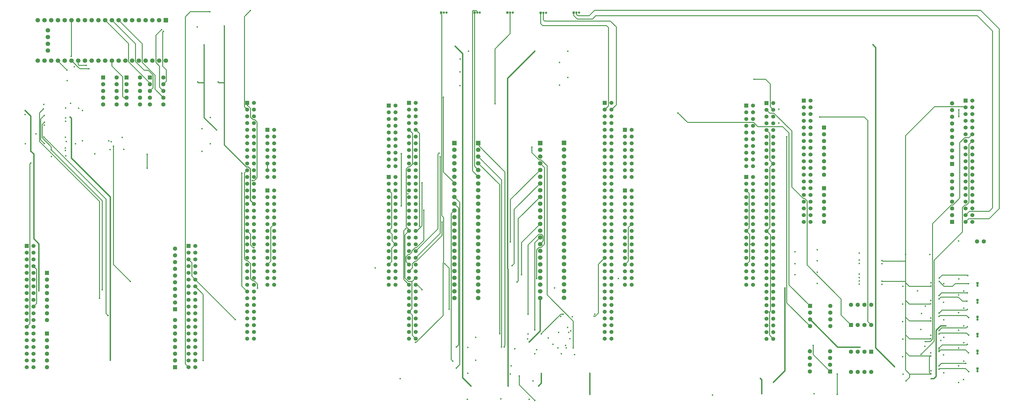
<source format=gbr>
%TF.GenerationSoftware,KiCad,Pcbnew,9.0.2+dfsg-1*%
%TF.CreationDate,2025-06-27T22:52:18-07:00*%
%TF.ProjectId,signalmesh,7369676e-616c-46d6-9573-682e6b696361,rev?*%
%TF.SameCoordinates,Original*%
%TF.FileFunction,Copper,L2,Inr*%
%TF.FilePolarity,Positive*%
%FSLAX46Y46*%
G04 Gerber Fmt 4.6, Leading zero omitted, Abs format (unit mm)*
G04 Created by KiCad (PCBNEW 9.0.2+dfsg-1) date 2025-06-27 22:52:18*
%MOMM*%
%LPD*%
G01*
G04 APERTURE LIST*
G04 Aperture macros list*
%AMRoundRect*
0 Rectangle with rounded corners*
0 $1 Rounding radius*
0 $2 $3 $4 $5 $6 $7 $8 $9 X,Y pos of 4 corners*
0 Add a 4 corners polygon primitive as box body*
4,1,4,$2,$3,$4,$5,$6,$7,$8,$9,$2,$3,0*
0 Add four circle primitives for the rounded corners*
1,1,$1+$1,$2,$3*
1,1,$1+$1,$4,$5*
1,1,$1+$1,$6,$7*
1,1,$1+$1,$8,$9*
0 Add four rect primitives between the rounded corners*
20,1,$1+$1,$2,$3,$4,$5,0*
20,1,$1+$1,$4,$5,$6,$7,0*
20,1,$1+$1,$6,$7,$8,$9,0*
20,1,$1+$1,$8,$9,$2,$3,0*%
G04 Aperture macros list end*
%TA.AperFunction,ComponentPad*%
%ADD10R,1.508000X1.508000*%
%TD*%
%TA.AperFunction,ComponentPad*%
%ADD11C,1.508000*%
%TD*%
%TA.AperFunction,ComponentPad*%
%ADD12R,1.605000X1.605000*%
%TD*%
%TA.AperFunction,ComponentPad*%
%ADD13C,1.605000*%
%TD*%
%TA.AperFunction,ComponentPad*%
%ADD14R,1.530000X1.530000*%
%TD*%
%TA.AperFunction,ComponentPad*%
%ADD15C,1.530000*%
%TD*%
%TA.AperFunction,ComponentPad*%
%ADD16R,1.700000X1.700000*%
%TD*%
%TA.AperFunction,ComponentPad*%
%ADD17C,1.700000*%
%TD*%
%TA.AperFunction,ComponentPad*%
%ADD18R,0.850000X0.850000*%
%TD*%
%TA.AperFunction,ComponentPad*%
%ADD19C,0.850000*%
%TD*%
%TA.AperFunction,ComponentPad*%
%ADD20R,1.600000X1.600000*%
%TD*%
%TA.AperFunction,ComponentPad*%
%ADD21C,1.600000*%
%TD*%
%TA.AperFunction,ComponentPad*%
%ADD22RoundRect,0.250000X0.550000X0.550000X-0.550000X0.550000X-0.550000X-0.550000X0.550000X-0.550000X0*%
%TD*%
%TA.AperFunction,ComponentPad*%
%ADD23RoundRect,0.250000X-0.550000X-0.550000X0.550000X-0.550000X0.550000X0.550000X-0.550000X0.550000X0*%
%TD*%
%TA.AperFunction,ComponentPad*%
%ADD24RoundRect,0.250000X-0.550000X0.550000X-0.550000X-0.550000X0.550000X-0.550000X0.550000X0.550000X0*%
%TD*%
%TA.AperFunction,ComponentPad*%
%ADD25RoundRect,0.250000X0.550000X-0.550000X0.550000X0.550000X-0.550000X0.550000X-0.550000X-0.550000X0*%
%TD*%
%TA.AperFunction,ViaPad*%
%ADD26C,0.600000*%
%TD*%
%TA.AperFunction,ViaPad*%
%ADD27C,0.500000*%
%TD*%
%TA.AperFunction,Conductor*%
%ADD28C,0.400000*%
%TD*%
%TA.AperFunction,Conductor*%
%ADD29C,0.300000*%
%TD*%
%TA.AperFunction,Conductor*%
%ADD30C,0.500000*%
%TD*%
G04 APERTURE END LIST*
D10*
%TO.N,unconnected-(U17E-D16{slash}I2S_A_MCK-PadCN7_1)*%
%TO.C,U17*%
X469720000Y-88896000D03*
D11*
%TO.N,unconnected-(U17E-D15{slash}I2C_A_SCL-PadCN7_2)*%
X472260000Y-88896000D03*
%TO.N,unconnected-(U17E-D17{slash}I2S_A_SD-PadCN7_3)*%
X469720000Y-91436000D03*
%TO.N,unconnected-(U17E-D14{slash}I2C_A_SDA-PadCN7_4)*%
X472260000Y-91436000D03*
%TO.N,unconnected-(U17E-D18{slash}I2S_A_CK-PadCN7_5)*%
X469720000Y-93976000D03*
%TO.N,unconnected-(U17E-VREFP_CN7-PadCN7_6)*%
X472260000Y-93976000D03*
%TO.N,unconnected-(U17E-D19{slash}I2S_A_WS-PadCN7_7)*%
X469720000Y-96516000D03*
%TO.N,unconnected-(U17E-GND_CN7-PadCN7_8)*%
X472260000Y-96516000D03*
%TO.N,unconnected-(U17E-D20{slash}I2S_B_WS-PadCN7_9)*%
X469720000Y-99056000D03*
%TO.N,unconnected-(U17E-D13{slash}SPI_A_SCK-PadCN7_10)*%
X472260000Y-99056000D03*
%TO.N,unconnected-(U17E-D21{slash}I2S_B_MCK-PadCN7_11)*%
X469720000Y-101596000D03*
%TO.N,unconnected-(U17E-D12{slash}SPI_A_MISO-PadCN7_12)*%
X472260000Y-101596000D03*
%TO.N,unconnected-(U17E-D22{slash}I2S_B_SD{slash}SPI_B_MOSI-PadCN7_13)*%
X469720000Y-104136000D03*
%TO.N,unconnected-(U17E-D11{slash}SPI_A_MOSI{slash}TIM_E_PWM1-PadCN7_14)*%
X472260000Y-104136000D03*
%TO.N,unconnected-(U17E-D23{slash}I2S_B_CK{slash}SPI_B_SCK-PadCN7_15)*%
X469720000Y-106676000D03*
%TO.N,unconnected-(U17E-D10{slash}SPI_A_CS{slash}TIM_B_PWM3-PadCN7_16)*%
X472260000Y-106676000D03*
%TO.N,unconnected-(U17E-D24{slash}SPI_B_NSS-PadCN7_17)*%
X469720000Y-109216000D03*
%TO.N,unconnected-(U17E-D9{slash}TIMER_B_PWM2-PadCN7_18)*%
X472260000Y-109216000D03*
%TO.N,unconnected-(U17E-D25{slash}SPI_B_MISO-PadCN7_19)*%
X469720000Y-111756000D03*
%TO.N,unconnected-(U17E-D8{slash}IO-PadCN7_20)*%
X472260000Y-111756000D03*
D10*
%TO.N,unconnected-(U17C-NC_CN8-PadCN8_1)*%
X424000000Y-98040000D03*
D11*
%TO.N,unconnected-(U17C-D43{slash}SDMMC_D0-PadCN8_2)*%
X426540000Y-98040000D03*
%TO.N,unconnected-(U17C-IOREF_CN8-PadCN8_3)*%
X424000000Y-100580000D03*
%TO.N,unconnected-(U17C-D44{slash}SDMMC_D1{slash}I2S_A_CKIN-PadCN8_4)*%
X426540000Y-100580000D03*
%TO.N,unconnected-(U17C-NRST_CN8-PadCN8_5)*%
X424000000Y-103120000D03*
%TO.N,unconnected-(U17C-D45{slash}SDMMC_D2-PadCN8_6)*%
X426540000Y-103120000D03*
%TO.N,unconnected-(U17C-3V3_CN8-PadCN8_7)*%
X424000000Y-105660000D03*
%TO.N,unconnected-(U17C-D46{slash}SDMMC_D3-PadCN8_8)*%
X426540000Y-105660000D03*
%TO.N,unconnected-(U17C-5V_CN8-PadCN8_9)*%
X424000000Y-108200000D03*
%TO.N,unconnected-(U17C-D47{slash}SDMMC_CK-PadCN8_10)*%
X426540000Y-108200000D03*
%TO.N,Net-(U17C-GND_CN8-PadCN8_11)*%
X424000000Y-110740000D03*
%TO.N,unconnected-(U17C-D48{slash}SDMMC_CMD-PadCN8_12)*%
X426540000Y-110740000D03*
%TO.N,Net-(U17C-GND_CN8-PadCN8_11)*%
X424000000Y-113280000D03*
%TO.N,unconnected-(U17C-D49{slash}IO-PadCN8_14)*%
X426540000Y-113280000D03*
%TO.N,unconnected-(U17C-VIN_CN8-PadCN8_15)*%
X424000000Y-115820000D03*
%TO.N,unconnected-(U17C-D50{slash}IO-PadCN8_16)*%
X426540000Y-115820000D03*
D10*
%TO.N,unconnected-(U17D-A0{slash}ADC12_INP15-PadCN9_1)*%
X424000000Y-120900000D03*
D11*
%TO.N,unconnected-(U17D-D51{slash}USART_B_SCLK-PadCN9_2)*%
X426540000Y-120900000D03*
%TO.N,unconnected-(U17D-A1{slash}ADC123_INP10-PadCN9_3)*%
X424000000Y-123440000D03*
%TO.N,unconnected-(U17D-D52{slash}USART_B_RX-PadCN9_4)*%
X426540000Y-123440000D03*
%TO.N,unconnected-(U17D-A2{slash}ADC12_INP13-PadCN9_5)*%
X424000000Y-125980000D03*
%TO.N,unconnected-(U17D-D53{slash}USART_B_TX-PadCN9_6)*%
X426540000Y-125980000D03*
%TO.N,unconnected-(U17D-A3{slash}ADC12_INP5-PadCN9_7)*%
X424000000Y-128520000D03*
%TO.N,unconnected-(U17D-D54{slash}USART_B_RTS-PadCN9_8)*%
X426540000Y-128520000D03*
%TO.N,unconnected-(U17D-A4{slash}ADC123_INP12{slash}I2C1_SDA-PadCN9_9)*%
X424000000Y-131060000D03*
%TO.N,unconnected-(U17D-D55{slash}USART_B_CTS-PadCN9_10)*%
X426540000Y-131060000D03*
%TO.N,unconnected-(U17D-A5{slash}ADC3_INP6{slash}I2C1_SCL-PadCN9_11)*%
X424000000Y-133600000D03*
%TO.N,Net-(U17D-GND_CN9-PadCN9_12)*%
X426540000Y-133600000D03*
%TO.N,unconnected-(U17D-D72{slash}COMP1_INP-PadCN9_13)*%
X424000000Y-136140000D03*
%TO.N,unconnected-(U17D-D56{slash}SAI_A_MCLK-PadCN9_14)*%
X426540000Y-136140000D03*
%TO.N,unconnected-(U17D-D71{slash}COMP2_INP-PadCN9_15)*%
X424000000Y-138680000D03*
%TO.N,unconnected-(U17D-D57{slash}SAI_A_FS-PadCN9_16)*%
X426540000Y-138680000D03*
%TO.N,unconnected-(U17D-D70{slash}I2C_B_SMBA-PadCN9_17)*%
X424000000Y-141220000D03*
%TO.N,unconnected-(U17D-D58{slash}SAI_A_SCK-PadCN9_18)*%
X426540000Y-141220000D03*
%TO.N,unconnected-(U17D-D69{slash}I2C_B_SCL-PadCN9_19)*%
X424000000Y-143760000D03*
%TO.N,unconnected-(U17D-D59{slash}SAI_A_SD-PadCN9_20)*%
X426540000Y-143760000D03*
%TO.N,unconnected-(U17D-D68{slash}I2C_B_SDA-PadCN9_21)*%
X424000000Y-146300000D03*
%TO.N,unconnected-(U17D-D60{slash}SAI_B_SD-PadCN9_22)*%
X426540000Y-146300000D03*
%TO.N,Net-(U17D-GND_CN9-PadCN9_12)*%
X424000000Y-148840000D03*
%TO.N,unconnected-(U17D-D61{slash}SAI_B_SCK-PadCN9_24)*%
X426540000Y-148840000D03*
%TO.N,unconnected-(U17D-D67{slash}CAN_RX-PadCN9_25)*%
X424000000Y-151380000D03*
%TO.N,unconnected-(U17D-D62{slash}SAI_B_MCLK-PadCN9_26)*%
X426540000Y-151380000D03*
%TO.N,unconnected-(U17D-D66{slash}CAN_TX-PadCN9_27)*%
X424000000Y-153920000D03*
%TO.N,unconnected-(U17D-D63{slash}SAI_B_FS-PadCN9_28)*%
X426540000Y-153920000D03*
%TO.N,unconnected-(U17D-D65{slash}IO-PadCN9_29)*%
X424000000Y-156460000D03*
%TO.N,unconnected-(U17D-D64{slash}IO-PadCN9_30)*%
X426540000Y-156460000D03*
D10*
%TO.N,unconnected-(U17F-AVDD-PadCN10_1)*%
X469720000Y-115820000D03*
D11*
%TO.N,unconnected-(U17F-D7{slash}IO-PadCN10_2)*%
X472260000Y-115820000D03*
%TO.N,unconnected-(U17F-AGND_CN10-PadCN10_3)*%
X469720000Y-118360000D03*
%TO.N,unconnected-(U17F-D6{slash}TIMER_A_PWM1-PadCN10_4)*%
X472260000Y-118360000D03*
%TO.N,Net-(U17F-GND_CN10-PadCN10_17)*%
X469720000Y-120900000D03*
%TO.N,unconnected-(U17F-D5{slash}TIMER_A_PWM2-PadCN10_6)*%
X472260000Y-120900000D03*
%TO.N,unconnected-(U17F-A6{slash}ADC_A_IN-PadCN10_7)*%
X469720000Y-123440000D03*
%TO.N,unconnected-(U17F-D4{slash}IO-PadCN10_8)*%
X472260000Y-123440000D03*
%TO.N,unconnected-(U17F-A7{slash}ADC_B_IN-PadCN10_9)*%
X469720000Y-125980000D03*
%TO.N,unconnected-(U17F-D3{slash}TIMER_A_PWM3-PadCN10_10)*%
X472260000Y-125980000D03*
%TO.N,unconnected-(U17F-A8{slash}ADC_C_IN-PadCN10_11)*%
X469720000Y-128520000D03*
%TO.N,unconnected-(U17F-D2{slash}IO-PadCN10_12)*%
X472260000Y-128520000D03*
%TO.N,unconnected-(U17F-D26{slash}QSPI_CS-PadCN10_13)*%
X469720000Y-131060000D03*
%TO.N,unconnected-(U17F-D1{slash}USART_A_TX-PadCN10_14)*%
X472260000Y-131060000D03*
%TO.N,unconnected-(U17F-D27{slash}QSPI_CLK-PadCN10_15)*%
X469720000Y-133600000D03*
%TO.N,unconnected-(U17F-D0{slash}USART_A_RX-PadCN10_16)*%
X472260000Y-133600000D03*
%TO.N,Net-(U17F-GND_CN10-PadCN10_17)*%
X469720000Y-136140000D03*
%TO.N,unconnected-(U17F-D42{slash}TIMER_A_PWM1N-PadCN10_18)*%
X472260000Y-136140000D03*
%TO.N,unconnected-(U17F-D28{slash}QSPI_BK1_IO3-PadCN10_19)*%
X469720000Y-138680000D03*
%TO.N,unconnected-(U17F-D41{slash}TIMER_A_ETR-PadCN10_20)*%
X472260000Y-138680000D03*
%TO.N,unconnected-(U17F-D29{slash}QSPI_BK1_IO1-PadCN10_21)*%
X469720000Y-141220000D03*
%TO.N,Net-(U17F-GND_CN10-PadCN10_17)*%
X472260000Y-141220000D03*
%TO.N,unconnected-(U17F-D30{slash}QSPI_BK1_IO0-PadCN10_23)*%
X469720000Y-143760000D03*
%TO.N,unconnected-(U17F-D40{slash}TIMER_A_PWM2N-PadCN10_24)*%
X472260000Y-143760000D03*
%TO.N,unconnected-(U17F-D31{slash}QSPI_BK1_IO2-PadCN10_25)*%
X469720000Y-146300000D03*
%TO.N,unconnected-(U17F-D39{slash}TIMER_A_PWM3N-PadCN10_26)*%
X472260000Y-146300000D03*
%TO.N,Net-(U17F-GND_CN10-PadCN10_17)*%
X469720000Y-148840000D03*
%TO.N,unconnected-(U17F-D38{slash}TIMER_A_BKIN2-PadCN10_28)*%
X472260000Y-148840000D03*
%TO.N,unconnected-(U17F-D32{slash}TIMER_C_PWM1-PadCN10_29)*%
X469720000Y-151380000D03*
%TO.N,unconnected-(U17F-D37{slash}TIMER_A_BKIN1-PadCN10_30)*%
X472260000Y-151380000D03*
%TO.N,unconnected-(U17F-D33{slash}TIMER_D_PWM1-PadCN10_31)*%
X469720000Y-153920000D03*
%TO.N,unconnected-(U17F-D36{slash}TIMER_C_PWM2-PadCN10_32)*%
X472260000Y-153920000D03*
%TO.N,unconnected-(U17F-D34{slash}TIMER_B_ETR-PadCN10_33)*%
X469720000Y-156460000D03*
%TO.N,unconnected-(U17F-D35{slash}TIMER_C_PWM3-PadCN10_34)*%
X472260000Y-156460000D03*
D10*
%TO.N,unconnected-(U17A-PC10-PadCN11_1)*%
X416380000Y-87880000D03*
D11*
%TO.N,unconnected-(U17A-PC11-PadCN11_2)*%
X418920000Y-87880000D03*
%TO.N,DSM_DBG_TX*%
X416380000Y-90420000D03*
%TO.N,DSM_DBG_RX*%
X418920000Y-90420000D03*
%TO.N,unconnected-(U17A-3V3_VDD-PadCN11_5)*%
X416380000Y-92960000D03*
%TO.N,unconnected-(U17A-5V_EXT-PadCN11_6)*%
X418920000Y-92960000D03*
%TO.N,unconnected-(U17A-BOOT0-PadCN11_7)*%
X416380000Y-95500000D03*
%TO.N,GND*%
X418920000Y-95500000D03*
%TO.N,unconnected-(U17A-PF6-PadCN11_9)*%
X416380000Y-98040000D03*
%TO.N,unconnected-(U17A-NC-PadCN11_10)*%
X418920000Y-98040000D03*
%TO.N,unconnected-(U17A-PF7-PadCN11_11)*%
X416380000Y-100580000D03*
%TO.N,unconnected-(U17A-IOREF-PadCN11_12)*%
X418920000Y-100580000D03*
%TO.N,unconnected-(U17A-PA13-PadCN11_13)*%
X416380000Y-103120000D03*
%TO.N,unconnected-(U17A-NRST-PadCN11_14)*%
X418920000Y-103120000D03*
%TO.N,unconnected-(U17A-PA14-PadCN11_15)*%
X416380000Y-105660000D03*
%TO.N,unconnected-(U17A-3V3-PadCN11_16)*%
X418920000Y-105660000D03*
%TO.N,unconnected-(U17A-PA15-PadCN11_17)*%
X416380000Y-108200000D03*
%TO.N,5V_AAM*%
X418920000Y-108200000D03*
%TO.N,GND*%
X416380000Y-110740000D03*
X418920000Y-110740000D03*
%TO.N,unconnected-(U17A-PB7-PadCN11_21)*%
X416380000Y-113280000D03*
%TO.N,GND*%
X418920000Y-113280000D03*
%TO.N,unconnected-(U17A-PC13-PadCN11_23)*%
X416380000Y-115820000D03*
%TO.N,unconnected-(U17A-VIN-PadCN11_24)*%
X418920000Y-115820000D03*
%TO.N,unconnected-(U17A-PC14-PadCN11_25)*%
X416380000Y-118360000D03*
%TO.N,unconnected-(U17A-NC-PadCN11_26)*%
X418920000Y-118360000D03*
%TO.N,unconnected-(U17A-PC15-PadCN11_27)*%
X416380000Y-120900000D03*
%TO.N,unconnected-(U17A-PA0-PadCN11_28)*%
X418920000Y-120900000D03*
%TO.N,unconnected-(U17A-PH0-PadCN11_29)*%
X416380000Y-123440000D03*
%TO.N,unconnected-(U17A-PA1-PadCN11_30)*%
X418920000Y-123440000D03*
%TO.N,unconnected-(U17A-PH1-PadCN11_31)*%
X416380000Y-125980000D03*
%TO.N,AAM_DAC_R*%
X418920000Y-125980000D03*
%TO.N,unconnected-(U17A-VBAT-PadCN11_33)*%
X416380000Y-128520000D03*
%TO.N,unconnected-(U17A-PB0-PadCN11_34)*%
X418920000Y-128520000D03*
%TO.N,unconnected-(U17A-PC2-PadCN11_35)*%
X416380000Y-131060000D03*
%TO.N,unconnected-(U17A-PC1-PadCN11_36)*%
X418920000Y-131060000D03*
%TO.N,unconnected-(U17A-PC3-PadCN11_37)*%
X416380000Y-133600000D03*
%TO.N,unconnected-(U17A-PC0-PadCN11_38)*%
X418920000Y-133600000D03*
%TO.N,unconnected-(U17A-PD4-PadCN11_39)*%
X416380000Y-136140000D03*
%TO.N,unconnected-(U17A-PD3-PadCN11_40)*%
X418920000Y-136140000D03*
%TO.N,unconnected-(U17A-PD5-PadCN11_41)*%
X416380000Y-138680000D03*
%TO.N,unconnected-(U17A-PG2-PadCN11_42)*%
X418920000Y-138680000D03*
%TO.N,unconnected-(U17A-PD6-PadCN11_43)*%
X416380000Y-141220000D03*
%TO.N,unconnected-(U17A-PG3-PadCN11_44)*%
X418920000Y-141220000D03*
%TO.N,unconnected-(U17A-PD7-PadCN11_45)*%
X416380000Y-143760000D03*
%TO.N,unconnected-(U17A-PE2-PadCN11_46)*%
X418920000Y-143760000D03*
%TO.N,AAM_INTRPT_TX*%
X416380000Y-146300000D03*
%TO.N,unconnected-(U17A-PE4-PadCN11_48)*%
X418920000Y-146300000D03*
%TO.N,GND*%
X416380000Y-148840000D03*
%TO.N,unconnected-(U17A-PE5-PadCN11_50)*%
X418920000Y-148840000D03*
%TO.N,unconnected-(U17A-PF1-PadCN11_51)*%
X416380000Y-151380000D03*
%TO.N,unconnected-(U17A-PF2-PadCN11_52)*%
X418920000Y-151380000D03*
%TO.N,unconnected-(U17A-PF0-PadCN11_53)*%
X416380000Y-153920000D03*
%TO.N,unconnected-(U17A-PF8-PadCN11_54)*%
X418920000Y-153920000D03*
%TO.N,unconnected-(U17A-PD1-PadCN11_55)*%
X416380000Y-156460000D03*
%TO.N,unconnected-(U17A-PF9-PadCN11_56)*%
X418920000Y-156460000D03*
%TO.N,unconnected-(U17A-PD0-PadCN11_57)*%
X416380000Y-159000000D03*
%TO.N,unconnected-(U17A-PG1-PadCN11_58)*%
X418920000Y-159000000D03*
%TO.N,unconnected-(U17A-PG0-PadCN11_59)*%
X416380000Y-161540000D03*
%TO.N,GND*%
X418920000Y-161540000D03*
%TO.N,unconnected-(U17A-PE1-PadCN11_61)*%
X416380000Y-164080000D03*
%TO.N,AAM_INTRPT_RX*%
X418920000Y-164080000D03*
%TO.N,unconnected-(U17A-PG9-PadCN11_63)*%
X416380000Y-166620000D03*
%TO.N,unconnected-(U17A-PG15-PadCN11_64)*%
X418920000Y-166620000D03*
%TO.N,unconnected-(U17A-PG12-PadCN11_65)*%
X416380000Y-169160000D03*
%TO.N,unconnected-(U17A-PG10-PadCN11_66)*%
X418920000Y-169160000D03*
%TO.N,unconnected-(U17A-NC-PadCN11_67)*%
X416380000Y-171700000D03*
%TO.N,unconnected-(U17A-PG13-PadCN11_68)*%
X418920000Y-171700000D03*
%TO.N,unconnected-(U17A-PD9-PadCN11_69)*%
X416380000Y-174240000D03*
%TO.N,unconnected-(U17A-PG11-PadCN11_70)*%
X418920000Y-174240000D03*
%TO.N,GND*%
X416380000Y-176780000D03*
X418920000Y-176780000D03*
D10*
%TO.N,unconnected-(U17B-PC9-PadCN12_1)*%
X477340000Y-87900000D03*
D11*
%TO.N,unconnected-(U17B-PC8-PadCN12_2)*%
X479880000Y-87900000D03*
%TO.N,DSM_CAN_RD*%
X477340000Y-90440000D03*
%TO.N,DSM_LED_OK*%
X479880000Y-90440000D03*
%TO.N,DSM_CAN_TD*%
X477340000Y-92980000D03*
%TO.N,DSM_LED_WARN*%
X479880000Y-92980000D03*
%TO.N,unconnected-(U17B-VREFP-PadCN12_7)*%
X477340000Y-95520000D03*
%TO.N,unconnected-(U17B-5V_USB_STLK-PadCN12_8)*%
X479880000Y-95520000D03*
%TO.N,Net-(U17B-GND_CN12-PadCN12_20)*%
X477340000Y-98060000D03*
%TO.N,unconnected-(U17B-PD8-PadCN12_10)*%
X479880000Y-98060000D03*
%TO.N,AAM_DAC_L*%
X477340000Y-100600000D03*
%TO.N,unconnected-(U17B-PA12-PadCN12_12)*%
X479880000Y-100600000D03*
%TO.N,unconnected-(U17B-PA6-PadCN12_13)*%
X477340000Y-103140000D03*
%TO.N,unconnected-(U17B-PA11-PadCN12_14)*%
X479880000Y-103140000D03*
%TO.N,unconnected-(U17B-PA7-PadCN12_15)*%
X477340000Y-105680000D03*
%TO.N,unconnected-(U17B-PB12-PadCN12_16)*%
X479880000Y-105680000D03*
%TO.N,unconnected-(U17B-PB6-PadCN12_17)*%
X477340000Y-108220000D03*
%TO.N,unconnected-(U17B-PB11-PadCN12_18)*%
X479880000Y-108220000D03*
%TO.N,unconnected-(U17B-PC7-PadCN12_19)*%
X477340000Y-110760000D03*
%TO.N,Net-(U17B-GND_CN12-PadCN12_20)*%
X479880000Y-110760000D03*
%TO.N,unconnected-(U17B-PA9-PadCN12_21)*%
X477340000Y-113300000D03*
%TO.N,unconnected-(U17B-PB2-PadCN12_22)*%
X479880000Y-113300000D03*
%TO.N,unconnected-(U17B-PA8-PadCN12_23)*%
X477340000Y-115840000D03*
%TO.N,unconnected-(U17B-PB1-PadCN12_24)*%
X479880000Y-115840000D03*
%TO.N,unconnected-(U17B-PB10-PadCN12_25)*%
X477340000Y-118380000D03*
%TO.N,unconnected-(U17B-PB15-PadCN12_26)*%
X479880000Y-118380000D03*
%TO.N,unconnected-(U17B-PB4-PadCN12_27)*%
X477340000Y-120920000D03*
%TO.N,unconnected-(U17B-PB14-PadCN12_28)*%
X479880000Y-120920000D03*
%TO.N,unconnected-(U17B-PB5-PadCN12_29)*%
X477340000Y-123460000D03*
%TO.N,unconnected-(U17B-PB13-PadCN12_30)*%
X479880000Y-123460000D03*
%TO.N,unconnected-(U17B-PB3-PadCN12_31)*%
X477340000Y-126000000D03*
%TO.N,unconnected-(U17B-AGND_CN12-PadCN12_32)*%
X479880000Y-126000000D03*
%TO.N,unconnected-(U17B-PA10-PadCN12_33)*%
X477340000Y-128540000D03*
%TO.N,DSM_LED_FAIL*%
X479880000Y-128540000D03*
%TO.N,unconnected-(U17B-PA2-PadCN12_35)*%
X477340000Y-131080000D03*
%TO.N,unconnected-(U17B-PF5-PadCN12_36)*%
X479880000Y-131080000D03*
%TO.N,unconnected-(U17B-PA3-PadCN12_37)*%
X477340000Y-133620000D03*
%TO.N,unconnected-(U17B-PF4-PadCN12_38)*%
X479880000Y-133620000D03*
%TO.N,Net-(U17B-GND_CN12-PadCN12_20)*%
X477340000Y-136160000D03*
%TO.N,unconnected-(U17B-PE8-PadCN12_40)*%
X479880000Y-136160000D03*
%TO.N,unconnected-(U17B-PD13-PadCN12_41)*%
X477340000Y-138700000D03*
%TO.N,unconnected-(U17B-PF10-PadCN12_42)*%
X479880000Y-138700000D03*
%TO.N,unconnected-(U17B-PD12-PadCN12_43)*%
X477340000Y-141240000D03*
%TO.N,unconnected-(U17B-PE7-PadCN12_44)*%
X479880000Y-141240000D03*
%TO.N,unconnected-(U17B-PD11-PadCN12_45)*%
X477340000Y-143780000D03*
%TO.N,unconnected-(U17B-PD14-PadCN12_46)*%
X479880000Y-143780000D03*
%TO.N,unconnected-(U17B-PE10-PadCN12_47)*%
X477340000Y-146320000D03*
%TO.N,unconnected-(U17B-PD15-PadCN12_48)*%
X479880000Y-146320000D03*
%TO.N,unconnected-(U17B-PE12-PadCN12_49)*%
X477340000Y-148860000D03*
%TO.N,unconnected-(U17B-PF14-PadCN12_50)*%
X479880000Y-148860000D03*
%TO.N,unconnected-(U17B-PE14-PadCN12_51)*%
X477340000Y-151400000D03*
%TO.N,unconnected-(U17B-PE9-PadCN12_52)*%
X479880000Y-151400000D03*
%TO.N,unconnected-(U17B-PE15-PadCN12_53)*%
X477340000Y-153940000D03*
%TO.N,Net-(U17B-GND_CN12-PadCN12_20)*%
X479880000Y-153940000D03*
%TO.N,unconnected-(U17B-PE13-PadCN12_55)*%
X477340000Y-156480000D03*
%TO.N,unconnected-(U17B-PE11-PadCN12_56)*%
X479880000Y-156480000D03*
%TO.N,unconnected-(U17B-PF13-PadCN12_57)*%
X477340000Y-159020000D03*
%TO.N,unconnected-(U17B-PF3-PadCN12_58)*%
X479880000Y-159020000D03*
%TO.N,unconnected-(U17B-PF12-PadCN12_59)*%
X477340000Y-161560000D03*
%TO.N,unconnected-(U17B-PF15-PadCN12_60)*%
X479880000Y-161560000D03*
%TO.N,unconnected-(U17B-PG14-PadCN12_61)*%
X477340000Y-164100000D03*
%TO.N,unconnected-(U17B-PF11-PadCN12_62)*%
X479880000Y-164100000D03*
%TO.N,Net-(U17B-GND_CN12-PadCN12_20)*%
X477340000Y-166640000D03*
%TO.N,unconnected-(U17B-PE0-PadCN12_64)*%
X479880000Y-166640000D03*
%TO.N,unconnected-(U17B-PD10-PadCN12_65)*%
X477340000Y-169180000D03*
%TO.N,unconnected-(U17B-PG8-PadCN12_66)*%
X479880000Y-169180000D03*
%TO.N,unconnected-(U17B-PG7-PadCN12_67)*%
X477340000Y-171720000D03*
%TO.N,unconnected-(U17B-PG5-PadCN12_68)*%
X479880000Y-171720000D03*
%TO.N,unconnected-(U17B-PG4-PadCN12_69)*%
X477340000Y-174260000D03*
%TO.N,unconnected-(U17B-PG6-PadCN12_70)*%
X479880000Y-174260000D03*
%TO.N,Net-(U17B-GND_CN12-PadCN12_20)*%
X477340000Y-176800000D03*
X479880000Y-176800000D03*
%TD*%
D12*
%TO.N,N/C*%
%TO.C,U9*%
X547240000Y-110880000D03*
D13*
X547240000Y-108340000D03*
X547240000Y-105800000D03*
X547240000Y-103260000D03*
X547240000Y-100720000D03*
X547240000Y-98180000D03*
X547240000Y-95640000D03*
X547240000Y-93100000D03*
X547240000Y-90560000D03*
X547240000Y-88020000D03*
D12*
X498980000Y-97160000D03*
D13*
X498980000Y-99700000D03*
X498980000Y-102240000D03*
X498980000Y-104780000D03*
X498980000Y-107320000D03*
X498980000Y-109860000D03*
X498980000Y-112400000D03*
X498980000Y-114940000D03*
D14*
X491360000Y-87000000D03*
D15*
X493900000Y-87000000D03*
X491360000Y-89540000D03*
X493900000Y-89540000D03*
X491360000Y-92080000D03*
X493900000Y-92080000D03*
X491360000Y-94620000D03*
X493900000Y-94620000D03*
X491360000Y-97160000D03*
X493900000Y-97160000D03*
X491360000Y-99700000D03*
X493900000Y-99700000D03*
X491360000Y-102240000D03*
X493900000Y-102240000D03*
X491360000Y-104780000D03*
X493900000Y-104780000D03*
X491360000Y-107320000D03*
X493900000Y-107320000D03*
X491360000Y-109860000D03*
X493900000Y-109860000D03*
X491360000Y-112400000D03*
X493900000Y-112400000D03*
X491360000Y-114940000D03*
X493900000Y-114940000D03*
X491360000Y-117480000D03*
X493900000Y-117480000D03*
X491360000Y-120020000D03*
X493900000Y-120020000D03*
X491360000Y-122560000D03*
X493900000Y-122560000D03*
X491360000Y-125100000D03*
X493900000Y-125100000D03*
X491360000Y-127640000D03*
X493900000Y-127640000D03*
X491360000Y-130180000D03*
X493900000Y-130180000D03*
X491360000Y-132720000D03*
X493900000Y-132720000D03*
D12*
X498980000Y-120020000D03*
D13*
X498980000Y-122560000D03*
X498980000Y-125100000D03*
X498980000Y-127640000D03*
X498980000Y-130180000D03*
X498980000Y-132720000D03*
D12*
X547240000Y-132720000D03*
D13*
X547240000Y-130180000D03*
X547240000Y-127640000D03*
X547240000Y-125100000D03*
X547240000Y-122560000D03*
X547240000Y-120020000D03*
X547240000Y-117480000D03*
X547240000Y-114940000D03*
D14*
%TO.N,unconnected-(U9B-PC9-PadCN10_1)*%
X552320000Y-87000000D03*
D15*
%TO.N,unconnected-(U9B-PC8-PadCN10_2)*%
X554860000Y-87000000D03*
%TO.N,TDM_I2C1_SCL*%
X552320000Y-89540000D03*
%TO.N,unconnected-(U9B-PC6-PadCN10_4)*%
X554860000Y-89540000D03*
%TO.N,TDM_I2C1_SDA*%
X552320000Y-92080000D03*
%TO.N,TDM_LED_FAIL*%
X554860000Y-92080000D03*
%TO.N,unconnected-(U9B-AVDD-PadCN10_7)*%
X552320000Y-94620000D03*
%TO.N,5V_TDM*%
X554860000Y-94620000D03*
%TO.N,GND*%
X552320000Y-97160000D03*
%TO.N,N/C*%
X554860000Y-97160000D03*
%TO.N,TDM_LED_OK*%
X552320000Y-99700000D03*
%TO.N,TDM_CAN_TD*%
X554860000Y-99700000D03*
%TO.N,unconnected-(U9B-PA6-PadCN10_13)*%
X552320000Y-102240000D03*
%TO.N,TDM_CAN_RD*%
X554860000Y-102240000D03*
%TO.N,unconnected-(U9B-PA7-PadCN10_15)*%
X552320000Y-104780000D03*
%TO.N,unconnected-(U9B-PB12-PadCN10_16)*%
X554860000Y-104780000D03*
%TO.N,unconnected-(U9B-PB6-PadCN10_17)*%
X552320000Y-107320000D03*
%TO.N,N/C*%
X554860000Y-107320000D03*
%TO.N,Net-(U9B-PC7)*%
X552320000Y-109860000D03*
%TO.N,GND*%
X554860000Y-109860000D03*
%TO.N,unconnected-(U9B-PA9-PadCN10_21)*%
X552320000Y-112400000D03*
%TO.N,unconnected-(U9B-PB2-PadCN10_22)*%
X554860000Y-112400000D03*
%TO.N,unconnected-(U9B-PA8-PadCN10_23)*%
X552320000Y-114940000D03*
%TO.N,unconnected-(U9B-PB1-PadCN10_24)*%
X554860000Y-114940000D03*
%TO.N,unconnected-(U9B-PB10-PadCN10_25)*%
X552320000Y-117480000D03*
%TO.N,unconnected-(U9B-PB15-PadCN10_26)*%
X554860000Y-117480000D03*
%TO.N,unconnected-(U9B-PB4-PadCN10_27)*%
X552320000Y-120020000D03*
%TO.N,unconnected-(U9B-PB14-PadCN10_28)*%
X554860000Y-120020000D03*
%TO.N,unconnected-(U9B-PB5-PadCN10_29)*%
X552320000Y-122560000D03*
%TO.N,unconnected-(U9B-PB13-PadCN10_30)*%
X554860000Y-122560000D03*
%TO.N,unconnected-(U9B-PB3-PadCN10_31)*%
X552320000Y-125100000D03*
%TO.N,unconnected-(U9B-AGND-PadCN10_32)*%
X554860000Y-125100000D03*
%TO.N,unconnected-(U9B-PA10-PadCN10_33)*%
X552320000Y-127640000D03*
%TO.N,TDM_LED_WARN*%
X554860000Y-127640000D03*
%TO.N,TDM_DBG_TX*%
X552320000Y-130180000D03*
%TO.N,N/C*%
X554860000Y-130180000D03*
%TO.N,TDM_DBG_RX*%
X552320000Y-132720000D03*
%TO.N,N/C*%
X554860000Y-132720000D03*
%TD*%
D16*
%TO.N,unconnected-(U4-PB12-Pad1)*%
%TO.C,U4*%
X251000000Y-56660000D03*
D17*
%TO.N,unconnected-(U4-PB13-Pad2)*%
X248460000Y-56660000D03*
%TO.N,unconnected-(U4-PB14-Pad3)*%
X245920000Y-56660000D03*
%TO.N,unconnected-(U4-PB15-Pad4)*%
X243380000Y-56660000D03*
%TO.N,unconnected-(U4-PA8-Pad5)*%
X240840000Y-56660000D03*
%TO.N,7SDD_CMD_TX*%
X238300000Y-56660000D03*
%TO.N,7SDD_CMD_RX*%
X235760000Y-56660000D03*
%TO.N,Net-(U2-DP)*%
X233220000Y-56660000D03*
%TO.N,Net-(U2-G)*%
X230680000Y-56660000D03*
%TO.N,Net-(U2-F)*%
X228140000Y-56660000D03*
%TO.N,Net-(U2-E)*%
X225600000Y-56660000D03*
%TO.N,Net-(U2-D)*%
X223060000Y-56660000D03*
%TO.N,Net-(U2-C)*%
X220520000Y-56660000D03*
%TO.N,Net-(U2-B)*%
X217980000Y-56660000D03*
%TO.N,Net-(U2-A)*%
X215440000Y-56660000D03*
%TO.N,Net-(U18-DP)*%
X212900000Y-56660000D03*
%TO.N,Net-(U18-G)*%
X210360000Y-56660000D03*
%TO.N,5V_7SDD*%
X207820000Y-56660000D03*
%TO.N,unconnected-(U4-GND-Pad19)*%
X205280000Y-56660000D03*
%TO.N,unconnected-(U4-3V3-Pad20)*%
X202740000Y-56660000D03*
%TO.N,unconnected-(U4-VBat-Pad21)*%
X202740000Y-71900000D03*
%TO.N,unconnected-(U4-PC13-Pad22)*%
X205280000Y-71900000D03*
%TO.N,Net-(U18-F)*%
X207820000Y-71900000D03*
%TO.N,Net-(U18-E)*%
X210360000Y-71900000D03*
%TO.N,Net-(U18-D)*%
X212900000Y-71900000D03*
%TO.N,Net-(U18-C)*%
X215440000Y-71900000D03*
%TO.N,Net-(U18-B)*%
X217980000Y-71900000D03*
%TO.N,Net-(U18-A)*%
X220520000Y-71900000D03*
%TO.N,Net-(U19-DP)*%
X223060000Y-71900000D03*
%TO.N,Net-(U19-G)*%
X225600000Y-71900000D03*
%TO.N,Net-(U19-F)*%
X228140000Y-71900000D03*
%TO.N,Net-(U19-E)*%
X230680000Y-71900000D03*
%TO.N,Net-(U19-D)*%
X233220000Y-71900000D03*
%TO.N,Net-(U19-C)*%
X235760000Y-71900000D03*
%TO.N,Net-(U19-B)*%
X238300000Y-71900000D03*
%TO.N,Net-(U19-A)*%
X240840000Y-71900000D03*
%TO.N,unconnected-(U4-RST-Pad37)*%
X243380000Y-71900000D03*
%TO.N,unconnected-(U4-3V3-Pad38)*%
X245920000Y-71900000D03*
%TO.N,GND*%
X248460000Y-71900000D03*
%TO.N,unconnected-(U4-GND-Pad40)*%
X251000000Y-71900000D03*
%TO.N,N/C*%
X206551000Y-68092000D03*
X206551000Y-65552000D03*
X206551000Y-63012000D03*
X206551000Y-60472000D03*
%TD*%
D12*
%TO.N,unconnected-(U3F-D8-PadCN5_1)*%
%TO.C,U3*%
X254460000Y-165690000D03*
D13*
%TO.N,unconnected-(U3F-D9-PadCN5_2)*%
X254460000Y-163150000D03*
%TO.N,unconnected-(U3F-D10-PadCN5_3)*%
X254460000Y-160610000D03*
%TO.N,unconnected-(U3F-D11-PadCN5_4)*%
X254460000Y-158070000D03*
%TO.N,unconnected-(U3F-D12-PadCN5_5)*%
X254460000Y-155530000D03*
%TO.N,unconnected-(U3F-D13-PadCN5_6)*%
X254460000Y-152990000D03*
%TO.N,unconnected-(U3F-GND_S6-PadCN5_7)*%
X254460000Y-150450000D03*
%TO.N,unconnected-(U3F-AVDD_S6-PadCN5_8)*%
X254460000Y-147910000D03*
%TO.N,unconnected-(U3F-D14-PadCN5_9)*%
X254460000Y-145370000D03*
%TO.N,unconnected-(U3F-D15-PadCN5_10)*%
X254460000Y-142830000D03*
D12*
%TO.N,N/C*%
X206200000Y-151970000D03*
D13*
%TO.N,unconnected-(U3C-IOREF-PadCN6_2)*%
X206200000Y-154510000D03*
%TO.N,unconnected-(U3C-RESET-PadCN6_3)*%
X206200000Y-157050000D03*
%TO.N,unconnected-(U3C-+3V3-PadCN6_4)*%
X206200000Y-159590000D03*
%TO.N,unconnected-(U3C-+5V-PadCN6_5)*%
X206200000Y-162130000D03*
%TO.N,Net-(U3C-GND-PadCN6_6)*%
X206200000Y-164670000D03*
X206200000Y-167210000D03*
%TO.N,unconnected-(U3C-VIN-PadCN6_8)*%
X206200000Y-169750000D03*
D14*
%TO.N,unconnected-(U3A-PC10-PadCN7_1)*%
X198580000Y-141810000D03*
D15*
%TO.N,unconnected-(U3A-PC11-PadCN7_2)*%
X201120000Y-141810000D03*
%TO.N,unconnected-(U3A-PC12-PadCN7_3)*%
X198580000Y-144350000D03*
%TO.N,unconnected-(U3A-PD2-PadCN7_4)*%
X201120000Y-144350000D03*
%TO.N,unconnected-(U3A-VDD-PadCN7_5)*%
X198580000Y-146890000D03*
%TO.N,unconnected-(U3A-E5V-PadCN7_6)*%
X201120000Y-146890000D03*
%TO.N,unconnected-(U3A-BOOT0-PadCN7_7)*%
X198580000Y-149430000D03*
%TO.N,Net-(U3A-GND_S1-PadCN7_19)*%
X201120000Y-149430000D03*
%TO.N,N/C*%
X198580000Y-151970000D03*
X201120000Y-151970000D03*
X198580000Y-154510000D03*
%TO.N,unconnected-(U3A-IOREF_S1-PadCN7_12)*%
X201120000Y-154510000D03*
%TO.N,unconnected-(U3A-PA13-PadCN7_13)*%
X198580000Y-157050000D03*
%TO.N,unconnected-(U3A-RESET_S1-PadCN7_14)*%
X201120000Y-157050000D03*
%TO.N,unconnected-(U3A-PA14-PadCN7_15)*%
X198580000Y-159590000D03*
%TO.N,3V3_UUM*%
X201120000Y-159590000D03*
%TO.N,unconnected-(U3A-PA15-PadCN7_17)*%
X198580000Y-162130000D03*
%TO.N,unconnected-(U3A-+5V_S1-PadCN7_18)*%
X201120000Y-162130000D03*
%TO.N,Net-(U3A-GND_S1-PadCN7_19)*%
X198580000Y-164670000D03*
X201120000Y-164670000D03*
%TO.N,unconnected-(U3A-PB7-PadCN7_21)*%
X198580000Y-167210000D03*
%TO.N,Net-(U3A-GND_S1-PadCN7_19)*%
X201120000Y-167210000D03*
%TO.N,unconnected-(U3A-PC13-PadCN7_23)*%
X198580000Y-169750000D03*
%TO.N,unconnected-(U3A-VIN_S1-PadCN7_24)*%
X201120000Y-169750000D03*
%TO.N,UUM_SPI_SEL*%
X198580000Y-172290000D03*
%TO.N,N/C*%
X201120000Y-172290000D03*
%TO.N,unconnected-(U3A-PC15-PadCN7_27)*%
X198580000Y-174830000D03*
%TO.N,unconnected-(U3A-PA0-PadCN7_28)*%
X201120000Y-174830000D03*
%TO.N,unconnected-(U3A-PF0-PadCN7_29)*%
X198580000Y-177370000D03*
%TO.N,unconnected-(U3A-PA1-PadCN7_30)*%
X201120000Y-177370000D03*
%TO.N,unconnected-(U3A-PF1-PadCN7_31)*%
X198580000Y-179910000D03*
%TO.N,unconnected-(U3A-PA4-PadCN7_32)*%
X201120000Y-179910000D03*
%TO.N,unconnected-(U3A-VBAT-PadCN7_33)*%
X198580000Y-182450000D03*
%TO.N,unconnected-(U3A-PB0-PadCN7_34)*%
X201120000Y-182450000D03*
%TO.N,UUM_LED_OK*%
X198580000Y-184990000D03*
%TO.N,UUM_LED_WARN*%
X201120000Y-184990000D03*
%TO.N,unconnected-(U3A-PC3-PadCN7_37)*%
X198580000Y-187530000D03*
%TO.N,UUM_LED_FAIL*%
X201120000Y-187530000D03*
D12*
%TO.N,unconnected-(U3E-A0-PadCN8_1)*%
X206200000Y-174830000D03*
D13*
%TO.N,unconnected-(U3E-A1-PadCN8_2)*%
X206200000Y-177370000D03*
%TO.N,unconnected-(U3E-A2-PadCN8_3)*%
X206200000Y-179910000D03*
%TO.N,unconnected-(U3E-A3-PadCN8_4)*%
X206200000Y-182450000D03*
%TO.N,unconnected-(U3E-A4-PadCN8_5)*%
X206200000Y-184990000D03*
%TO.N,unconnected-(U3E-A5-PadCN8_6)*%
X206200000Y-187530000D03*
D12*
%TO.N,unconnected-(U3D-D0-PadCN9_1)*%
X254460000Y-187530000D03*
D13*
%TO.N,unconnected-(U3D-D1-PadCN9_2)*%
X254460000Y-184990000D03*
%TO.N,unconnected-(U3D-D2-PadCN9_3)*%
X254460000Y-182450000D03*
%TO.N,unconnected-(U3D-D3-PadCN9_4)*%
X254460000Y-179910000D03*
%TO.N,unconnected-(U3D-D4-PadCN9_5)*%
X254460000Y-177370000D03*
%TO.N,unconnected-(U3D-D5-PadCN9_6)*%
X254460000Y-174830000D03*
%TO.N,unconnected-(U3D-D6-PadCN9_7)*%
X254460000Y-172290000D03*
%TO.N,unconnected-(U3D-D7-PadCN9_8)*%
X254460000Y-169750000D03*
D14*
%TO.N,unconnected-(U3B-PC9-PadCN10_1)*%
X259540000Y-141810000D03*
D15*
%TO.N,unconnected-(U3B-PC8-PadCN10_2)*%
X262080000Y-141810000D03*
%TO.N,UUM_CAN_RD*%
X259540000Y-144350000D03*
%TO.N,unconnected-(U3B-PC6-PadCN10_4)*%
X262080000Y-144350000D03*
%TO.N,UUM_CAN_TD*%
X259540000Y-146890000D03*
%TO.N,unconnected-(U3B-PC5-PadCN10_6)*%
X262080000Y-146890000D03*
%TO.N,unconnected-(U3B-AVDD-PadCN10_7)*%
X259540000Y-149430000D03*
%TO.N,5V_UUM*%
X262080000Y-149430000D03*
%TO.N,GND*%
X259540000Y-151970000D03*
%TO.N,N/C*%
X262080000Y-151970000D03*
%TO.N,UUM_SPI1_SCK*%
X259540000Y-154510000D03*
%TO.N,UUM_CAN_TD*%
X262080000Y-154510000D03*
%TO.N,UUM_SPI1_MISO*%
X259540000Y-157050000D03*
%TO.N,UUM_CAN_RD*%
X262080000Y-157050000D03*
%TO.N,UUM_SPI1_MOSI*%
X259540000Y-159590000D03*
%TO.N,unconnected-(U3B-PB12-PadCN10_16)*%
X262080000Y-159590000D03*
%TO.N,unconnected-(U3B-PB6-PadCN10_17)*%
X259540000Y-162130000D03*
%TO.N,unconnected-(U3B-PB11-PadCN10_18)*%
X262080000Y-162130000D03*
%TO.N,unconnected-(U3B-PC7-PadCN10_19)*%
X259540000Y-164670000D03*
%TO.N,GND*%
X262080000Y-164670000D03*
%TO.N,UUM_SPI2_CS*%
X259540000Y-167210000D03*
%TO.N,unconnected-(U3B-PB2-PadCN10_22)*%
X262080000Y-167210000D03*
%TO.N,UUM_SPI1_CS*%
X259540000Y-169750000D03*
%TO.N,unconnected-(U3B-PB1-PadCN10_24)*%
X262080000Y-169750000D03*
%TO.N,unconnected-(U3B-PB10-PadCN10_25)*%
X259540000Y-172290000D03*
%TO.N,unconnected-(U3B-PB15-PadCN10_26)*%
X262080000Y-172290000D03*
%TO.N,unconnected-(U3B-PB4-PadCN10_27)*%
X259540000Y-174830000D03*
%TO.N,unconnected-(U3B-PB14-PadCN10_28)*%
X262080000Y-174830000D03*
%TO.N,unconnected-(U3B-PB5-PadCN10_29)*%
X259540000Y-177370000D03*
%TO.N,unconnected-(U3B-PB13-PadCN10_30)*%
X262080000Y-177370000D03*
%TO.N,unconnected-(U3B-PB3-PadCN10_31)*%
X259540000Y-179910000D03*
%TO.N,unconnected-(U3B-AGND-PadCN10_32)*%
X262080000Y-179910000D03*
%TO.N,unconnected-(U3B-PA10-PadCN10_33)*%
X259540000Y-182450000D03*
%TO.N,unconnected-(U3B-PC4-PadCN10_34)*%
X262080000Y-182450000D03*
%TO.N,UUM_DBG_TX*%
X259540000Y-184990000D03*
%TO.N,N/C*%
X262080000Y-184990000D03*
%TO.N,UUM_DBG_RX*%
X259540000Y-187530000D03*
%TO.N,N/C*%
X262080000Y-187530000D03*
%TD*%
D10*
%TO.N,unconnected-(U1E-D16{slash}I2S_A_MCK-PadCN7_1)*%
%TO.C,U1*%
X335000000Y-88826000D03*
D11*
%TO.N,unconnected-(U1E-D15{slash}I2C_A_SCL-PadCN7_2)*%
X337540000Y-88826000D03*
%TO.N,unconnected-(U1E-D17{slash}I2S_A_SD-PadCN7_3)*%
X335000000Y-91366000D03*
%TO.N,unconnected-(U1E-D14{slash}I2C_A_SDA-PadCN7_4)*%
X337540000Y-91366000D03*
%TO.N,unconnected-(U1E-D18{slash}I2S_A_CK-PadCN7_5)*%
X335000000Y-93906000D03*
%TO.N,unconnected-(U1E-VREFP_CN7-PadCN7_6)*%
X337540000Y-93906000D03*
%TO.N,unconnected-(U1E-D19{slash}I2S_A_WS-PadCN7_7)*%
X335000000Y-96446000D03*
%TO.N,unconnected-(U1E-GND_CN7-PadCN7_8)*%
X337540000Y-96446000D03*
%TO.N,unconnected-(U1E-D20{slash}I2S_B_WS-PadCN7_9)*%
X335000000Y-98986000D03*
%TO.N,unconnected-(U1E-D13{slash}SPI_A_SCK-PadCN7_10)*%
X337540000Y-98986000D03*
%TO.N,unconnected-(U1E-D21{slash}I2S_B_MCK-PadCN7_11)*%
X335000000Y-101526000D03*
%TO.N,unconnected-(U1E-D12{slash}SPI_A_MISO-PadCN7_12)*%
X337540000Y-101526000D03*
%TO.N,unconnected-(U1E-D22{slash}I2S_B_SD{slash}SPI_B_MOSI-PadCN7_13)*%
X335000000Y-104066000D03*
%TO.N,unconnected-(U1E-D11{slash}SPI_A_MOSI{slash}TIM_E_PWM1-PadCN7_14)*%
X337540000Y-104066000D03*
%TO.N,unconnected-(U1E-D23{slash}I2S_B_CK{slash}SPI_B_SCK-PadCN7_15)*%
X335000000Y-106606000D03*
%TO.N,unconnected-(U1E-D10{slash}SPI_A_CS{slash}TIM_B_PWM3-PadCN7_16)*%
X337540000Y-106606000D03*
%TO.N,unconnected-(U1E-D24{slash}SPI_B_NSS-PadCN7_17)*%
X335000000Y-109146000D03*
%TO.N,unconnected-(U1E-D9{slash}TIMER_B_PWM2-PadCN7_18)*%
X337540000Y-109146000D03*
%TO.N,unconnected-(U1E-D25{slash}SPI_B_MISO-PadCN7_19)*%
X335000000Y-111686000D03*
%TO.N,unconnected-(U1E-D8{slash}IO-PadCN7_20)*%
X337540000Y-111686000D03*
D10*
%TO.N,unconnected-(U1C-NC_CN8-PadCN8_1)*%
X289280000Y-97970000D03*
D11*
%TO.N,unconnected-(U1C-D43{slash}SDMMC_D0-PadCN8_2)*%
X291820000Y-97970000D03*
%TO.N,unconnected-(U1C-IOREF_CN8-PadCN8_3)*%
X289280000Y-100510000D03*
%TO.N,unconnected-(U1C-D44{slash}SDMMC_D1{slash}I2S_A_CKIN-PadCN8_4)*%
X291820000Y-100510000D03*
%TO.N,unconnected-(U1C-NRST_CN8-PadCN8_5)*%
X289280000Y-103050000D03*
%TO.N,unconnected-(U1C-D45{slash}SDMMC_D2-PadCN8_6)*%
X291820000Y-103050000D03*
%TO.N,unconnected-(U1C-3V3_CN8-PadCN8_7)*%
X289280000Y-105590000D03*
%TO.N,unconnected-(U1C-D46{slash}SDMMC_D3-PadCN8_8)*%
X291820000Y-105590000D03*
%TO.N,unconnected-(U1C-5V_CN8-PadCN8_9)*%
X289280000Y-108130000D03*
%TO.N,unconnected-(U1C-D47{slash}SDMMC_CK-PadCN8_10)*%
X291820000Y-108130000D03*
%TO.N,Net-(U1C-GND_CN8-PadCN8_11)*%
X289280000Y-110670000D03*
%TO.N,unconnected-(U1C-D48{slash}SDMMC_CMD-PadCN8_12)*%
X291820000Y-110670000D03*
%TO.N,Net-(U1C-GND_CN8-PadCN8_11)*%
X289280000Y-113210000D03*
%TO.N,unconnected-(U1C-D49{slash}IO-PadCN8_14)*%
X291820000Y-113210000D03*
%TO.N,unconnected-(U1C-VIN_CN8-PadCN8_15)*%
X289280000Y-115750000D03*
%TO.N,unconnected-(U1C-D50{slash}IO-PadCN8_16)*%
X291820000Y-115750000D03*
D10*
%TO.N,unconnected-(U1D-A0{slash}ADC12_INP15-PadCN9_1)*%
X289280000Y-120830000D03*
D11*
%TO.N,unconnected-(U1D-D51{slash}USART_B_SCLK-PadCN9_2)*%
X291820000Y-120830000D03*
%TO.N,unconnected-(U1D-A1{slash}ADC123_INP10-PadCN9_3)*%
X289280000Y-123370000D03*
%TO.N,unconnected-(U1D-D52{slash}USART_B_RX-PadCN9_4)*%
X291820000Y-123370000D03*
%TO.N,unconnected-(U1D-A2{slash}ADC12_INP13-PadCN9_5)*%
X289280000Y-125910000D03*
%TO.N,unconnected-(U1D-D53{slash}USART_B_TX-PadCN9_6)*%
X291820000Y-125910000D03*
%TO.N,unconnected-(U1D-A3{slash}ADC12_INP5-PadCN9_7)*%
X289280000Y-128450000D03*
%TO.N,unconnected-(U1D-D54{slash}USART_B_RTS-PadCN9_8)*%
X291820000Y-128450000D03*
%TO.N,unconnected-(U1D-A4{slash}ADC123_INP12{slash}I2C1_SDA-PadCN9_9)*%
X289280000Y-130990000D03*
%TO.N,unconnected-(U1D-D55{slash}USART_B_CTS-PadCN9_10)*%
X291820000Y-130990000D03*
%TO.N,unconnected-(U1D-A5{slash}ADC3_INP6{slash}I2C1_SCL-PadCN9_11)*%
X289280000Y-133530000D03*
%TO.N,Net-(U1D-GND_CN9-PadCN9_12)*%
X291820000Y-133530000D03*
%TO.N,unconnected-(U1D-D72{slash}COMP1_INP-PadCN9_13)*%
X289280000Y-136070000D03*
%TO.N,unconnected-(U1D-D56{slash}SAI_A_MCLK-PadCN9_14)*%
X291820000Y-136070000D03*
%TO.N,unconnected-(U1D-D71{slash}COMP2_INP-PadCN9_15)*%
X289280000Y-138610000D03*
%TO.N,unconnected-(U1D-D57{slash}SAI_A_FS-PadCN9_16)*%
X291820000Y-138610000D03*
%TO.N,unconnected-(U1D-D70{slash}I2C_B_SMBA-PadCN9_17)*%
X289280000Y-141150000D03*
%TO.N,unconnected-(U1D-D58{slash}SAI_A_SCK-PadCN9_18)*%
X291820000Y-141150000D03*
%TO.N,unconnected-(U1D-D69{slash}I2C_B_SCL-PadCN9_19)*%
X289280000Y-143690000D03*
%TO.N,unconnected-(U1D-D59{slash}SAI_A_SD-PadCN9_20)*%
X291820000Y-143690000D03*
%TO.N,unconnected-(U1D-D68{slash}I2C_B_SDA-PadCN9_21)*%
X289280000Y-146230000D03*
%TO.N,unconnected-(U1D-D60{slash}SAI_B_SD-PadCN9_22)*%
X291820000Y-146230000D03*
%TO.N,Net-(U1D-GND_CN9-PadCN9_12)*%
X289280000Y-148770000D03*
%TO.N,unconnected-(U1D-D61{slash}SAI_B_SCK-PadCN9_24)*%
X291820000Y-148770000D03*
%TO.N,unconnected-(U1D-D67{slash}CAN_RX-PadCN9_25)*%
X289280000Y-151310000D03*
%TO.N,unconnected-(U1D-D62{slash}SAI_B_MCLK-PadCN9_26)*%
X291820000Y-151310000D03*
%TO.N,unconnected-(U1D-D66{slash}CAN_TX-PadCN9_27)*%
X289280000Y-153850000D03*
%TO.N,unconnected-(U1D-D63{slash}SAI_B_FS-PadCN9_28)*%
X291820000Y-153850000D03*
%TO.N,unconnected-(U1D-D65{slash}IO-PadCN9_29)*%
X289280000Y-156390000D03*
%TO.N,unconnected-(U1D-D64{slash}IO-PadCN9_30)*%
X291820000Y-156390000D03*
D10*
%TO.N,unconnected-(U1F-AVDD-PadCN10_1)*%
X335000000Y-115750000D03*
D11*
%TO.N,unconnected-(U1F-D7{slash}IO-PadCN10_2)*%
X337540000Y-115750000D03*
%TO.N,unconnected-(U1F-AGND_CN10-PadCN10_3)*%
X335000000Y-118290000D03*
%TO.N,unconnected-(U1F-D6{slash}TIMER_A_PWM1-PadCN10_4)*%
X337540000Y-118290000D03*
%TO.N,Net-(U1F-GND_CN10-PadCN10_17)*%
X335000000Y-120830000D03*
%TO.N,unconnected-(U1F-D5{slash}TIMER_A_PWM2-PadCN10_6)*%
X337540000Y-120830000D03*
%TO.N,unconnected-(U1F-A6{slash}ADC_A_IN-PadCN10_7)*%
X335000000Y-123370000D03*
%TO.N,unconnected-(U1F-D4{slash}IO-PadCN10_8)*%
X337540000Y-123370000D03*
%TO.N,unconnected-(U1F-A7{slash}ADC_B_IN-PadCN10_9)*%
X335000000Y-125910000D03*
%TO.N,unconnected-(U1F-D3{slash}TIMER_A_PWM3-PadCN10_10)*%
X337540000Y-125910000D03*
%TO.N,unconnected-(U1F-A8{slash}ADC_C_IN-PadCN10_11)*%
X335000000Y-128450000D03*
%TO.N,unconnected-(U1F-D2{slash}IO-PadCN10_12)*%
X337540000Y-128450000D03*
%TO.N,unconnected-(U1F-D26{slash}QSPI_CS-PadCN10_13)*%
X335000000Y-130990000D03*
%TO.N,unconnected-(U1F-D1{slash}USART_A_TX-PadCN10_14)*%
X337540000Y-130990000D03*
%TO.N,unconnected-(U1F-D27{slash}QSPI_CLK-PadCN10_15)*%
X335000000Y-133530000D03*
%TO.N,unconnected-(U1F-D0{slash}USART_A_RX-PadCN10_16)*%
X337540000Y-133530000D03*
%TO.N,Net-(U1F-GND_CN10-PadCN10_17)*%
X335000000Y-136070000D03*
%TO.N,unconnected-(U1F-D42{slash}TIMER_A_PWM1N-PadCN10_18)*%
X337540000Y-136070000D03*
%TO.N,unconnected-(U1F-D28{slash}QSPI_BK1_IO3-PadCN10_19)*%
X335000000Y-138610000D03*
%TO.N,unconnected-(U1F-D41{slash}TIMER_A_ETR-PadCN10_20)*%
X337540000Y-138610000D03*
%TO.N,unconnected-(U1F-D29{slash}QSPI_BK1_IO1-PadCN10_21)*%
X335000000Y-141150000D03*
%TO.N,Net-(U1F-GND_CN10-PadCN10_17)*%
X337540000Y-141150000D03*
%TO.N,unconnected-(U1F-D30{slash}QSPI_BK1_IO0-PadCN10_23)*%
X335000000Y-143690000D03*
%TO.N,unconnected-(U1F-D40{slash}TIMER_A_PWM2N-PadCN10_24)*%
X337540000Y-143690000D03*
%TO.N,unconnected-(U1F-D31{slash}QSPI_BK1_IO2-PadCN10_25)*%
X335000000Y-146230000D03*
%TO.N,unconnected-(U1F-D39{slash}TIMER_A_PWM3N-PadCN10_26)*%
X337540000Y-146230000D03*
%TO.N,Net-(U1F-GND_CN10-PadCN10_17)*%
X335000000Y-148770000D03*
%TO.N,unconnected-(U1F-D38{slash}TIMER_A_BKIN2-PadCN10_28)*%
X337540000Y-148770000D03*
%TO.N,unconnected-(U1F-D32{slash}TIMER_C_PWM1-PadCN10_29)*%
X335000000Y-151310000D03*
%TO.N,unconnected-(U1F-D37{slash}TIMER_A_BKIN1-PadCN10_30)*%
X337540000Y-151310000D03*
%TO.N,unconnected-(U1F-D33{slash}TIMER_D_PWM1-PadCN10_31)*%
X335000000Y-153850000D03*
%TO.N,unconnected-(U1F-D36{slash}TIMER_C_PWM2-PadCN10_32)*%
X337540000Y-153850000D03*
%TO.N,unconnected-(U1F-D34{slash}TIMER_B_ETR-PadCN10_33)*%
X335000000Y-156390000D03*
%TO.N,unconnected-(U1F-D35{slash}TIMER_C_PWM3-PadCN10_34)*%
X337540000Y-156390000D03*
D10*
%TO.N,AAM_CMD_TX*%
X281660000Y-87810000D03*
D11*
%TO.N,AAM_CMD_RX*%
X284200000Y-87810000D03*
%TO.N,AAM_DBG_TX*%
X281660000Y-90350000D03*
%TO.N,AAM_DBG_RX*%
X284200000Y-90350000D03*
%TO.N,unconnected-(U1A-3V3_VDD-PadCN11_5)*%
X281660000Y-92890000D03*
%TO.N,unconnected-(U1A-5V_EXT-PadCN11_6)*%
X284200000Y-92890000D03*
%TO.N,unconnected-(U1A-BOOT0-PadCN11_7)*%
X281660000Y-95430000D03*
%TO.N,GND*%
X284200000Y-95430000D03*
%TO.N,unconnected-(U1A-PF6-PadCN11_9)*%
X281660000Y-97970000D03*
%TO.N,unconnected-(U1A-NC-PadCN11_10)*%
X284200000Y-97970000D03*
%TO.N,unconnected-(U1A-PF7-PadCN11_11)*%
X281660000Y-100510000D03*
%TO.N,unconnected-(U1A-IOREF-PadCN11_12)*%
X284200000Y-100510000D03*
%TO.N,unconnected-(U1A-PA13-PadCN11_13)*%
X281660000Y-103050000D03*
%TO.N,unconnected-(U1A-NRST-PadCN11_14)*%
X284200000Y-103050000D03*
%TO.N,unconnected-(U1A-PA14-PadCN11_15)*%
X281660000Y-105590000D03*
%TO.N,unconnected-(U1A-3V3-PadCN11_16)*%
X284200000Y-105590000D03*
%TO.N,unconnected-(U1A-PA15-PadCN11_17)*%
X281660000Y-108130000D03*
%TO.N,5V_AAM*%
X284200000Y-108130000D03*
%TO.N,GND*%
X281660000Y-110670000D03*
X284200000Y-110670000D03*
%TO.N,AAM_FMC_NL*%
X281660000Y-113210000D03*
%TO.N,GND*%
X284200000Y-113210000D03*
%TO.N,unconnected-(U1A-PC13-PadCN11_23)*%
X281660000Y-115750000D03*
%TO.N,unconnected-(U1A-VIN-PadCN11_24)*%
X284200000Y-115750000D03*
%TO.N,unconnected-(U1A-PC14-PadCN11_25)*%
X281660000Y-118290000D03*
%TO.N,unconnected-(U1A-NC-PadCN11_26)*%
X284200000Y-118290000D03*
%TO.N,unconnected-(U1A-PC15-PadCN11_27)*%
X281660000Y-120830000D03*
%TO.N,unconnected-(U1A-PA0-PadCN11_28)*%
X284200000Y-120830000D03*
%TO.N,unconnected-(U1A-PH0-PadCN11_29)*%
X281660000Y-123370000D03*
%TO.N,unconnected-(U1A-PA1-PadCN11_30)*%
X284200000Y-123370000D03*
%TO.N,unconnected-(U1A-PH1-PadCN11_31)*%
X281660000Y-125910000D03*
%TO.N,AAM_DAC_R*%
X284200000Y-125910000D03*
%TO.N,unconnected-(U1A-VBAT-PadCN11_33)*%
X281660000Y-128450000D03*
%TO.N,unconnected-(U1A-PB0-PadCN11_34)*%
X284200000Y-128450000D03*
%TO.N,unconnected-(U1A-PC2-PadCN11_35)*%
X281660000Y-130990000D03*
%TO.N,unconnected-(U1A-PC1-PadCN11_36)*%
X284200000Y-130990000D03*
%TO.N,unconnected-(U1A-PC3-PadCN11_37)*%
X281660000Y-133530000D03*
%TO.N,unconnected-(U1A-PC0-PadCN11_38)*%
X284200000Y-133530000D03*
%TO.N,AAM_FMC_NOE*%
X281660000Y-136070000D03*
%TO.N,AAM_FMC_CLK*%
X284200000Y-136070000D03*
%TO.N,AAM_FMC_NWE*%
X281660000Y-138610000D03*
%TO.N,unconnected-(U1A-PG2-PadCN11_42)*%
X284200000Y-138610000D03*
%TO.N,unconnected-(U1A-PD6-PadCN11_43)*%
X281660000Y-141150000D03*
%TO.N,unconnected-(U1A-PG3-PadCN11_44)*%
X284200000Y-141150000D03*
%TO.N,unconnected-(U1A-PD7-PadCN11_45)*%
X281660000Y-143690000D03*
%TO.N,unconnected-(U1A-PE2-PadCN11_46)*%
X284200000Y-143690000D03*
%TO.N,AAM_INTRPT_RX*%
X281660000Y-146230000D03*
%TO.N,unconnected-(U1A-PE4-PadCN11_48)*%
X284200000Y-146230000D03*
%TO.N,GND*%
X281660000Y-148770000D03*
%TO.N,unconnected-(U1A-PE5-PadCN11_50)*%
X284200000Y-148770000D03*
%TO.N,unconnected-(U1A-PF1-PadCN11_51)*%
X281660000Y-151310000D03*
%TO.N,unconnected-(U1A-PF2-PadCN11_52)*%
X284200000Y-151310000D03*
%TO.N,unconnected-(U1A-PF0-PadCN11_53)*%
X281660000Y-153850000D03*
%TO.N,unconnected-(U1A-PF8-PadCN11_54)*%
X284200000Y-153850000D03*
%TO.N,AAM_FMC_D3*%
X281660000Y-156390000D03*
%TO.N,unconnected-(U1A-PF9-PadCN11_56)*%
X284200000Y-156390000D03*
%TO.N,AAM_FMC_D2*%
X281660000Y-158930000D03*
%TO.N,unconnected-(U1A-PG1-PadCN11_58)*%
X284200000Y-158930000D03*
%TO.N,unconnected-(U1A-PG0-PadCN11_59)*%
X281660000Y-161470000D03*
%TO.N,GND*%
X284200000Y-161470000D03*
%TO.N,AAM_FMC_NBL1*%
X281660000Y-164010000D03*
%TO.N,AAM_INTRPT_TX*%
X284200000Y-164010000D03*
%TO.N,unconnected-(U1A-PG9-PadCN11_63)*%
X281660000Y-166550000D03*
%TO.N,unconnected-(U1A-PG15-PadCN11_64)*%
X284200000Y-166550000D03*
%TO.N,unconnected-(U1A-PG12-PadCN11_65)*%
X281660000Y-169090000D03*
%TO.N,unconnected-(U1A-PG10-PadCN11_66)*%
X284200000Y-169090000D03*
%TO.N,unconnected-(U1A-NC-PadCN11_67)*%
X281660000Y-171630000D03*
%TO.N,unconnected-(U1A-PG13-PadCN11_68)*%
X284200000Y-171630000D03*
%TO.N,ACM_FMC_D14*%
X281660000Y-174170000D03*
%TO.N,unconnected-(U1A-PG11-PadCN11_70)*%
X284200000Y-174170000D03*
%TO.N,GND*%
X281660000Y-176710000D03*
X284200000Y-176710000D03*
D10*
%TO.N,unconnected-(U1B-PC9-PadCN12_1)*%
X342620000Y-87830000D03*
D11*
%TO.N,unconnected-(U1B-PC8-PadCN12_2)*%
X345160000Y-87830000D03*
%TO.N,AAM_CAN_RD*%
X342620000Y-90370000D03*
%TO.N,AAM_LED_OK*%
X345160000Y-90370000D03*
%TO.N,AAM_CAN_TD*%
X342620000Y-92910000D03*
%TO.N,AAM_LED_WARN*%
X345160000Y-92910000D03*
%TO.N,unconnected-(U1B-VREFP-PadCN12_7)*%
X342620000Y-95450000D03*
%TO.N,unconnected-(U1B-5V_USB_STLK-PadCN12_8)*%
X345160000Y-95450000D03*
%TO.N,Net-(U1B-GND_CN12-PadCN12_20)*%
X342620000Y-97990000D03*
%TO.N,AAM_FMC_D13*%
X345160000Y-97990000D03*
%TO.N,AAM_DAC_L*%
X342620000Y-100530000D03*
%TO.N,unconnected-(U1B-PA12-PadCN12_12)*%
X345160000Y-100530000D03*
%TO.N,unconnected-(U1B-PA6-PadCN12_13)*%
X342620000Y-103070000D03*
%TO.N,unconnected-(U1B-PA11-PadCN12_14)*%
X345160000Y-103070000D03*
%TO.N,unconnected-(U1B-PA7-PadCN12_15)*%
X342620000Y-105610000D03*
%TO.N,unconnected-(U1B-PB12-PadCN12_16)*%
X345160000Y-105610000D03*
%TO.N,unconnected-(U1B-PB6-PadCN12_17)*%
X342620000Y-108150000D03*
%TO.N,unconnected-(U1B-PB11-PadCN12_18)*%
X345160000Y-108150000D03*
%TO.N,AAM_FMC_NE*%
X342620000Y-110690000D03*
%TO.N,Net-(U1B-GND_CN12-PadCN12_20)*%
X345160000Y-110690000D03*
%TO.N,unconnected-(U1B-PA9-PadCN12_21)*%
X342620000Y-113230000D03*
%TO.N,unconnected-(U1B-PB2-PadCN12_22)*%
X345160000Y-113230000D03*
%TO.N,unconnected-(U1B-PA8-PadCN12_23)*%
X342620000Y-115770000D03*
%TO.N,unconnected-(U1B-PB1-PadCN12_24)*%
X345160000Y-115770000D03*
%TO.N,unconnected-(U1B-PB10-PadCN12_25)*%
X342620000Y-118310000D03*
%TO.N,unconnected-(U1B-PB15-PadCN12_26)*%
X345160000Y-118310000D03*
%TO.N,unconnected-(U1B-PB4-PadCN12_27)*%
X342620000Y-120850000D03*
%TO.N,unconnected-(U1B-PB14-PadCN12_28)*%
X345160000Y-120850000D03*
%TO.N,unconnected-(U1B-PB5-PadCN12_29)*%
X342620000Y-123390000D03*
%TO.N,unconnected-(U1B-PB13-PadCN12_30)*%
X345160000Y-123390000D03*
%TO.N,unconnected-(U1B-PB3-PadCN12_31)*%
X342620000Y-125930000D03*
%TO.N,unconnected-(U1B-AGND_CN12-PadCN12_32)*%
X345160000Y-125930000D03*
%TO.N,unconnected-(U1B-PA10-PadCN12_33)*%
X342620000Y-128470000D03*
%TO.N,AAM_LED_FAIL*%
X345160000Y-128470000D03*
%TO.N,unconnected-(U1B-PA2-PadCN12_35)*%
X342620000Y-131010000D03*
%TO.N,unconnected-(U1B-PF5-PadCN12_36)*%
X345160000Y-131010000D03*
%TO.N,unconnected-(U1B-PA3-PadCN12_37)*%
X342620000Y-133550000D03*
%TO.N,unconnected-(U1B-PF4-PadCN12_38)*%
X345160000Y-133550000D03*
%TO.N,Net-(U1B-GND_CN12-PadCN12_20)*%
X342620000Y-136090000D03*
%TO.N,AAM_FMC_D5*%
X345160000Y-136090000D03*
%TO.N,unconnected-(U1B-PD13-PadCN12_41)*%
X342620000Y-138630000D03*
%TO.N,unconnected-(U1B-PF10-PadCN12_42)*%
X345160000Y-138630000D03*
%TO.N,unconnected-(U1B-PD12-PadCN12_43)*%
X342620000Y-141170000D03*
%TO.N,AAM_FMC_D4*%
X345160000Y-141170000D03*
%TO.N,unconnected-(U1B-PD11-PadCN12_45)*%
X342620000Y-143710000D03*
%TO.N,AAM_FMC_D0*%
X345160000Y-143710000D03*
%TO.N,AAM_FMC_D7*%
X342620000Y-146250000D03*
%TO.N,AAM_FMC_D1*%
X345160000Y-146250000D03*
%TO.N,AAM_FMC_D9*%
X342620000Y-148790000D03*
%TO.N,unconnected-(U1B-PF14-PadCN12_50)*%
X345160000Y-148790000D03*
%TO.N,AAM_FMC_D11*%
X342620000Y-151330000D03*
%TO.N,AAM_FMC_D6*%
X345160000Y-151330000D03*
%TO.N,AAM_FMC_D12*%
X342620000Y-153870000D03*
%TO.N,Net-(U1B-GND_CN12-PadCN12_20)*%
X345160000Y-153870000D03*
%TO.N,AAM_FMC_D10*%
X342620000Y-156410000D03*
%TO.N,AAM_FMC_D8*%
X345160000Y-156410000D03*
%TO.N,unconnected-(U1B-PF13-PadCN12_57)*%
X342620000Y-158950000D03*
%TO.N,unconnected-(U1B-PF3-PadCN12_58)*%
X345160000Y-158950000D03*
%TO.N,unconnected-(U1B-PF12-PadCN12_59)*%
X342620000Y-161490000D03*
%TO.N,unconnected-(U1B-PF15-PadCN12_60)*%
X345160000Y-161490000D03*
%TO.N,unconnected-(U1B-PG14-PadCN12_61)*%
X342620000Y-164030000D03*
%TO.N,unconnected-(U1B-PF11-PadCN12_62)*%
X345160000Y-164030000D03*
%TO.N,Net-(U1B-GND_CN12-PadCN12_20)*%
X342620000Y-166570000D03*
%TO.N,AAM_FMC_NBL0*%
X345160000Y-166570000D03*
%TO.N,ACM_FMC_D15*%
X342620000Y-169110000D03*
%TO.N,unconnected-(U1B-PG8-PadCN12_66)*%
X345160000Y-169110000D03*
%TO.N,unconnected-(U1B-PG7-PadCN12_67)*%
X342620000Y-171650000D03*
%TO.N,unconnected-(U1B-PG5-PadCN12_68)*%
X345160000Y-171650000D03*
%TO.N,unconnected-(U1B-PG4-PadCN12_69)*%
X342620000Y-174190000D03*
%TO.N,unconnected-(U1B-PG6-PadCN12_70)*%
X345160000Y-174190000D03*
%TO.N,Net-(U1B-GND_CN12-PadCN12_20)*%
X342620000Y-176730000D03*
X345160000Y-176730000D03*
%TD*%
D18*
%TO.N,Net-(J15-Pin_1)*%
%TO.C,J15*%
X556825000Y-188000000D03*
D19*
X556825000Y-189000000D03*
%TD*%
D20*
%TO.N,GND*%
%TO.C,U18*%
X227350000Y-78250000D03*
D21*
%TO.N,Net-(U18-F)*%
X227350000Y-80790000D03*
%TO.N,Net-(U18-G)*%
X227350000Y-83330000D03*
%TO.N,Net-(U18-E)*%
X227350000Y-85870000D03*
%TO.N,Net-(U18-D)*%
X227350000Y-88410000D03*
%TO.N,GND*%
X232430000Y-88410000D03*
%TO.N,Net-(U18-DP)*%
X232430000Y-85870000D03*
%TO.N,Net-(U18-C)*%
X232430000Y-83330000D03*
%TO.N,Net-(U18-B)*%
X232430000Y-80790000D03*
%TO.N,Net-(U18-A)*%
X232430000Y-78250000D03*
%TD*%
D22*
%TO.N,UUM_CAN_RD*%
%TO.C,U27*%
X501300000Y-189120000D03*
D21*
%TO.N,GND*%
X501300000Y-186580000D03*
%TO.N,VDD_UUM*%
X501300000Y-184040000D03*
%TO.N,UUM_CAN_TD*%
X501300000Y-181500000D03*
%TO.N,unconnected-(U27-Vref-Pad5)*%
X493680000Y-181500000D03*
%TO.N,/CAN-*%
X493680000Y-184040000D03*
%TO.N,/CAN+*%
X493680000Y-186580000D03*
%TO.N,unconnected-(U27-Rs-Pad8)*%
X493680000Y-189120000D03*
%TD*%
D20*
%TO.N,GND*%
%TO.C,U19*%
X236170000Y-78250000D03*
D21*
%TO.N,Net-(U19-F)*%
X236170000Y-80790000D03*
%TO.N,Net-(U19-G)*%
X236170000Y-83330000D03*
%TO.N,Net-(U19-E)*%
X236170000Y-85870000D03*
%TO.N,Net-(U19-D)*%
X236170000Y-88410000D03*
%TO.N,GND*%
X241250000Y-88410000D03*
%TO.N,Net-(U19-DP)*%
X241250000Y-85870000D03*
%TO.N,Net-(U19-C)*%
X241250000Y-83330000D03*
%TO.N,Net-(U19-B)*%
X241250000Y-80790000D03*
%TO.N,Net-(U19-A)*%
X241250000Y-78250000D03*
%TD*%
D18*
%TO.N,TDM_DBG_TX*%
%TO.C,J4*%
X404700000Y-53800000D03*
D19*
%TO.N,TDM_DBG_RX*%
X405700000Y-53800000D03*
%TO.N,GND*%
X406700000Y-53800000D03*
%TD*%
D16*
%TO.N,AAM_FMC_D0*%
%TO.C,J9*%
X401010000Y-102940000D03*
D17*
%TO.N,AAM_FMC_D1*%
X401010000Y-105480000D03*
%TO.N,AAM_FMC_D2*%
X401010000Y-108020000D03*
%TO.N,AAM_FMC_D3*%
X401010000Y-110560000D03*
%TO.N,AAM_FMC_D4*%
X401010000Y-113100000D03*
%TO.N,AAM_FMC_D5*%
X401010000Y-115640000D03*
%TO.N,AAM_FMC_D6*%
X401010000Y-118180000D03*
%TO.N,AAM_FMC_D7*%
X401010000Y-120720000D03*
%TO.N,AAM_FMC_D8*%
X401010000Y-123260000D03*
%TO.N,AAM_FMC_D9*%
X401010000Y-125800000D03*
%TO.N,AAM_FMC_D10*%
X401010000Y-128340000D03*
%TO.N,AAM_FMC_D11*%
X401010000Y-130880000D03*
%TO.N,AAM_FMC_D12*%
X401010000Y-133420000D03*
%TO.N,AAM_FMC_D13*%
X401010000Y-135960000D03*
%TO.N,ACM_FMC_D14*%
X401010000Y-138500000D03*
%TO.N,ACM_FMC_D15*%
X401010000Y-141040000D03*
%TO.N,unconnected-(J9-Pin_17-Pad17)*%
X401010000Y-143580000D03*
%TO.N,5V_ACM*%
X401010000Y-146120000D03*
%TO.N,unconnected-(J2-Pin_19-Pad19)*%
X401010000Y-148660000D03*
%TO.N,unconnected-(J2-Pin_20-Pad20)*%
X401010000Y-151200000D03*
%TO.N,unconnected-(J2-Pin_21-Pad21)*%
X401010000Y-153740000D03*
%TO.N,unconnected-(J2-Pin_22-Pad22)*%
X401010000Y-156280000D03*
%TO.N,GND*%
X401010000Y-158820000D03*
%TO.N,3V3_ACM*%
X401010000Y-161360000D03*
%TD*%
D21*
%TO.N,GND*%
%TO.C,TH1*%
X556660000Y-140100000D03*
%TO.N,Net-(U9B-PC7)*%
X559200000Y-140100000D03*
%TD*%
D20*
%TO.N,GND*%
%TO.C,U2*%
X245000000Y-78250000D03*
D21*
%TO.N,Net-(U2-F)*%
X245000000Y-80790000D03*
%TO.N,Net-(U2-G)*%
X245000000Y-83330000D03*
%TO.N,Net-(U2-E)*%
X245000000Y-85870000D03*
%TO.N,Net-(U2-D)*%
X245000000Y-88410000D03*
%TO.N,GND*%
X250080000Y-88410000D03*
%TO.N,Net-(U2-DP)*%
X250080000Y-85870000D03*
%TO.N,Net-(U2-C)*%
X250080000Y-83330000D03*
%TO.N,Net-(U2-B)*%
X250080000Y-80790000D03*
%TO.N,Net-(U2-A)*%
X250080000Y-78250000D03*
%TD*%
D16*
%TO.N,ACM_SPI_CS*%
%TO.C,J1*%
X368700000Y-102980000D03*
D17*
%TO.N,ACM_SPI_MOSI*%
X368700000Y-105520000D03*
%TO.N,ACM_SPI_SCLK*%
X368700000Y-108060000D03*
%TO.N,ACM_SPI_MISO*%
X368700000Y-110600000D03*
%TO.N,ACM_DBG_TX*%
X368700000Y-113140000D03*
%TO.N,ACM_DBG_RX*%
X368700000Y-115680000D03*
%TO.N,AAM_CMD_RX*%
X368700000Y-118220000D03*
%TO.N,AAM_CMD_TX*%
X368700000Y-120760000D03*
%TO.N,ACM_LED_FAIL*%
X368700000Y-123300000D03*
%TO.N,ACM_LED_OK*%
X368700000Y-125840000D03*
%TO.N,ACM_LED_WARN*%
X368700000Y-128380000D03*
%TO.N,unconnected-(J1-Pin_12-Pad12)*%
X368700000Y-130920000D03*
%TO.N,unconnected-(J1-Pin_13-Pad13)*%
X368700000Y-133460000D03*
%TO.N,unconnected-(J1-Pin_14-Pad14)*%
X368700000Y-136000000D03*
%TO.N,unconnected-(J1-Pin_15-Pad15)*%
X368700000Y-138540000D03*
%TO.N,unconnected-(J1-Pin_16-Pad16)*%
X368700000Y-141080000D03*
%TO.N,unconnected-(J1-Pin_17-Pad17)*%
X368700000Y-143620000D03*
%TO.N,AAM_FMC_CLK*%
X368700000Y-146160000D03*
%TO.N,AAM_FMC_NWE*%
X368700000Y-148700000D03*
%TO.N,AAM_FMC_NOE*%
X368700000Y-151240000D03*
%TO.N,AAM_FMC_NE*%
X368700000Y-153780000D03*
%TO.N,AAM_FMC_NL*%
X368700000Y-156320000D03*
%TO.N,AAM_FMC_NBL0*%
X368700000Y-158860000D03*
%TO.N,AAM_FMC_NBL1*%
X368700000Y-161400000D03*
%TD*%
D16*
%TO.N,ACM_SPI_CS*%
%TO.C,J8*%
X359700000Y-102980000D03*
D17*
%TO.N,ACM_SPI_MOSI*%
X359700000Y-105520000D03*
%TO.N,ACM_SPI_SCLK*%
X359700000Y-108060000D03*
%TO.N,ACM_SPI_MISO*%
X359700000Y-110600000D03*
%TO.N,ACM_DBG_TX*%
X359700000Y-113140000D03*
%TO.N,ACM_DBG_RX*%
X359700000Y-115680000D03*
%TO.N,AAM_CMD_RX*%
X359700000Y-118220000D03*
%TO.N,AAM_CMD_TX*%
X359700000Y-120760000D03*
%TO.N,ACM_LED_FAIL*%
X359700000Y-123300000D03*
%TO.N,ACM_LED_OK*%
X359700000Y-125840000D03*
%TO.N,ACM_LED_WARN*%
X359700000Y-128380000D03*
%TO.N,unconnected-(J1-Pin_12-Pad12)*%
X359700000Y-130920000D03*
%TO.N,unconnected-(J1-Pin_13-Pad13)*%
X359700000Y-133460000D03*
%TO.N,unconnected-(J1-Pin_14-Pad14)*%
X359700000Y-136000000D03*
%TO.N,unconnected-(J1-Pin_15-Pad15)*%
X359700000Y-138540000D03*
%TO.N,unconnected-(J1-Pin_16-Pad16)*%
X359700000Y-141080000D03*
%TO.N,unconnected-(J1-Pin_17-Pad17)*%
X359700000Y-143620000D03*
%TO.N,AAM_FMC_CLK*%
X359700000Y-146160000D03*
%TO.N,AAM_FMC_NWE*%
X359700000Y-148700000D03*
%TO.N,AAM_FMC_NOE*%
X359700000Y-151240000D03*
%TO.N,AAM_FMC_NE*%
X359700000Y-153780000D03*
%TO.N,AAM_FMC_NL*%
X359700000Y-156320000D03*
%TO.N,AAM_FMC_NBL0*%
X359700000Y-158860000D03*
%TO.N,AAM_FMC_NBL1*%
X359700000Y-161400000D03*
%TD*%
D23*
%TO.N,AAM_CAN_RD*%
%TO.C,U29*%
X493690000Y-164420000D03*
D21*
%TO.N,GND*%
X493690000Y-166960000D03*
%TO.N,VDD_AAM*%
X493690000Y-169500000D03*
%TO.N,AAM_CAN_TD*%
X493690000Y-172040000D03*
%TO.N,unconnected-(U29-Vref-Pad5)*%
X501310000Y-172040000D03*
%TO.N,/CAN-*%
X501310000Y-169500000D03*
%TO.N,/CAN+*%
X501310000Y-166960000D03*
%TO.N,unconnected-(U29-Rs-Pad8)*%
X501310000Y-164420000D03*
%TD*%
D16*
%TO.N,AAM_FMC_D0*%
%TO.C,J2*%
X392010000Y-102980000D03*
D17*
%TO.N,AAM_FMC_D1*%
X392010000Y-105520000D03*
%TO.N,AAM_FMC_D2*%
X392010000Y-108060000D03*
%TO.N,AAM_FMC_D3*%
X392010000Y-110600000D03*
%TO.N,AAM_FMC_D4*%
X392010000Y-113140000D03*
%TO.N,AAM_FMC_D5*%
X392010000Y-115680000D03*
%TO.N,AAM_FMC_D6*%
X392010000Y-118220000D03*
%TO.N,AAM_FMC_D7*%
X392010000Y-120760000D03*
%TO.N,AAM_FMC_D8*%
X392010000Y-123300000D03*
%TO.N,AAM_FMC_D9*%
X392010000Y-125840000D03*
%TO.N,AAM_FMC_D10*%
X392010000Y-128380000D03*
%TO.N,AAM_FMC_D11*%
X392010000Y-130920000D03*
%TO.N,AAM_FMC_D12*%
X392010000Y-133460000D03*
%TO.N,AAM_FMC_D13*%
X392010000Y-136000000D03*
%TO.N,ACM_FMC_D14*%
X392010000Y-138540000D03*
%TO.N,ACM_FMC_D15*%
X392010000Y-141080000D03*
%TO.N,unconnected-(J2-Pin_17-Pad17)*%
X392010000Y-143620000D03*
%TO.N,5V_ACM*%
X392010000Y-146160000D03*
%TO.N,unconnected-(J2-Pin_19-Pad19)*%
X392010000Y-148700000D03*
%TO.N,unconnected-(J2-Pin_20-Pad20)*%
X392010000Y-151240000D03*
%TO.N,unconnected-(J2-Pin_21-Pad21)*%
X392010000Y-153780000D03*
%TO.N,unconnected-(J2-Pin_22-Pad22)*%
X392010000Y-156320000D03*
%TO.N,GND*%
X392010000Y-158860000D03*
%TO.N,3V3_ACM*%
X392010000Y-161400000D03*
%TD*%
D18*
%TO.N,ACM_DBG_TX*%
%TO.C,J14*%
X367300000Y-53800000D03*
D19*
%TO.N,ACM_DBG_RX*%
X368300000Y-53800000D03*
%TO.N,GND*%
X369300000Y-53800000D03*
%TD*%
D18*
%TO.N,Net-(J11-Pin_1)*%
%TO.C,J11*%
X556825000Y-181305000D03*
D19*
X556825000Y-182305000D03*
%TD*%
D18*
%TO.N,DSM_DBG_TX*%
%TO.C,J16*%
X392250000Y-53875000D03*
D19*
%TO.N,DSM_DBG_RX*%
X393250000Y-53875000D03*
%TO.N,GND*%
X394250000Y-53875000D03*
%TD*%
D18*
%TO.N,Net-(J6-Pin_1)*%
%TO.C,J6*%
X556825000Y-162180000D03*
D19*
X556825000Y-163180000D03*
%TD*%
D18*
%TO.N,Net-(J10-Pin_1)*%
%TO.C,J10*%
X556825000Y-174930000D03*
D19*
X556825000Y-175930000D03*
%TD*%
D18*
%TO.N,AAM_DBG_TX*%
%TO.C,J12*%
X379700000Y-53800000D03*
D19*
%TO.N,AAM_DBG_RX*%
X380700000Y-53800000D03*
%TO.N,GND*%
X381700000Y-53800000D03*
%TD*%
D18*
%TO.N,UUM_DBG_TX*%
%TO.C,J13*%
X354750000Y-53800000D03*
D19*
%TO.N,UUM_DBG_RX*%
X355750000Y-53800000D03*
%TO.N,GND*%
X356750000Y-53800000D03*
%TD*%
D24*
%TO.N,TDM_CAN_RD*%
%TO.C,U31*%
X516800000Y-181700000D03*
D21*
%TO.N,GND*%
X514260000Y-181700000D03*
%TO.N,VDD_TDM*%
X511720000Y-181700000D03*
%TO.N,TDM_CAN_TD*%
X509180000Y-181700000D03*
%TO.N,unconnected-(U31-Vref-Pad5)*%
X509180000Y-189320000D03*
%TO.N,/CAN-*%
X511720000Y-189320000D03*
%TO.N,/CAN+*%
X514260000Y-189320000D03*
%TO.N,unconnected-(U31-Rs-Pad8)*%
X516800000Y-189320000D03*
%TD*%
D18*
%TO.N,Net-(J5-Pin_1)*%
%TO.C,J5*%
X556825000Y-155805000D03*
D19*
X556825000Y-156805000D03*
%TD*%
D25*
%TO.N,DSM_CAN_RD*%
%TO.C,U30*%
X509180000Y-171620000D03*
D21*
%TO.N,GND*%
X511720000Y-171620000D03*
%TO.N,VDD_DSM*%
X514260000Y-171620000D03*
%TO.N,DSM_CAN_TD*%
X516800000Y-171620000D03*
%TO.N,unconnected-(U30-Vref-Pad5)*%
X516800000Y-164000000D03*
%TO.N,/CAN-*%
X514260000Y-164000000D03*
%TO.N,/CAN+*%
X511720000Y-164000000D03*
%TO.N,unconnected-(U30-Rs-Pad8)*%
X509180000Y-164000000D03*
%TD*%
D18*
%TO.N,Net-(J7-Pin_1)*%
%TO.C,J7*%
X556825000Y-168555000D03*
D19*
X556825000Y-169555000D03*
%TD*%
D26*
%TO.N,AAM_DAC_R*%
X270750000Y-80000000D03*
%TO.N,AAM_DAC_L*%
X263000000Y-80000000D03*
%TO.N,DSM_LED_OK*%
X472680064Y-78960771D03*
%TO.N,AAM_CAN_RD*%
X443963600Y-91640000D03*
%TO.N,DSM_LED_FAIL*%
X482000000Y-95500000D03*
X482000000Y-90250000D03*
%TO.N,AAM_LED_FAIL*%
X339750000Y-126750000D03*
X339750000Y-107000000D03*
%TO.N,UUM_LED_WARN*%
X244000000Y-112500000D03*
X244000000Y-107250000D03*
%TO.N,GND*%
X267790050Y-93323100D03*
X264636650Y-97587700D03*
X264636650Y-106121300D03*
X267790050Y-103236700D03*
%TO.N,DSM_VDD*%
X381064450Y-77314450D03*
%TO.N,GND*%
X381112500Y-186954800D03*
%TO.N,VDD_UUM*%
X410750000Y-189750000D03*
X410750000Y-197750000D03*
%TO.N,GND*%
X457000000Y-198000000D03*
%TO.N,TDM_I2C1_SDA*%
X504000000Y-190000000D03*
X504000000Y-197750000D03*
%TO.N,TDM_I2C1_SCL*%
X495250000Y-197500000D03*
%TO.N,5V_UUM*%
X475000000Y-191750000D03*
X475500000Y-197500000D03*
%TO.N,Net-(U22-VOUT)*%
X202070600Y-99554300D03*
X216962500Y-103279900D03*
%TO.N,Net-(U25-VOUT)*%
X215126300Y-87982500D03*
X205019100Y-88464700D03*
%TO.N,AAM_CMD_TX*%
X283601200Y-117157000D03*
%TO.N,3V3_UUM*%
X200137700Y-106031600D03*
X200137700Y-98469500D03*
X197994600Y-90691200D03*
X203178900Y-158750000D03*
X224195100Y-107066000D03*
%TO.N,AAM_CMD_RX*%
X355584500Y-85734400D03*
%TO.N,GND*%
X551620000Y-171910000D03*
X213172400Y-105789100D03*
X496400000Y-155900000D03*
X551620000Y-178310000D03*
X528597000Y-163700000D03*
X549800000Y-154200000D03*
X365012300Y-68385600D03*
X543995000Y-182860000D03*
X549700000Y-187000000D03*
X528697000Y-176950000D03*
X213219900Y-93508100D03*
X512300000Y-152400000D03*
X512300000Y-156200000D03*
X402483800Y-68385600D03*
X402483800Y-78299200D03*
X219607600Y-90691200D03*
X198047100Y-103264900D03*
X496400000Y-151700000D03*
X512300000Y-148400000D03*
X213172400Y-100770700D03*
X361894700Y-71377000D03*
X219607600Y-102146100D03*
X364637100Y-199647300D03*
X544095000Y-156000000D03*
X213219900Y-89759700D03*
X213800000Y-79500000D03*
X543995000Y-163060000D03*
X364798700Y-180010800D03*
X262872300Y-59257000D03*
X367721500Y-184869300D03*
X399780900Y-168393200D03*
X367709500Y-176202100D03*
X207868300Y-108045900D03*
X229989700Y-105469100D03*
X364748700Y-189828800D03*
X397487600Y-157623600D03*
X544095000Y-169660000D03*
X402384500Y-172478400D03*
X549700000Y-166900000D03*
X402791400Y-174400400D03*
X230419700Y-102532500D03*
X213444000Y-102392700D03*
X361794700Y-76205400D03*
X197994600Y-92243900D03*
X213172400Y-104905700D03*
X551600000Y-192200000D03*
X512300000Y-147100000D03*
X544095000Y-176260000D03*
X399330400Y-81183800D03*
X544100000Y-189600000D03*
X412620600Y-167521600D03*
X512300000Y-155000000D03*
X549700000Y-160200000D03*
X205226100Y-96216300D03*
X404981900Y-182752400D03*
X551620000Y-185210000D03*
X549700000Y-180300000D03*
X496400000Y-143200000D03*
X382499000Y-180558100D03*
X549700000Y-173500000D03*
X377243800Y-199475100D03*
X528750000Y-190100000D03*
X551620000Y-165210000D03*
X512300000Y-144500000D03*
X528647000Y-170300000D03*
X387870400Y-199647300D03*
X512300000Y-153700000D03*
X399330400Y-72650200D03*
X399023300Y-174398800D03*
X218168500Y-89874100D03*
X551620000Y-158810000D03*
X528697000Y-157000000D03*
X234576900Y-100856100D03*
X496400000Y-147400000D03*
X549700000Y-193300000D03*
X213219900Y-94778100D03*
X528647000Y-183550000D03*
X361794700Y-81333800D03*
%TO.N,Net-(U14-VCC)*%
X404126100Y-168414100D03*
X392491400Y-174956800D03*
X400691400Y-167521600D03*
%TO.N,ACM_LED_WARN*%
X359115400Y-185245300D03*
%TO.N,UUM_SPI2_CS*%
X204834700Y-90177200D03*
X226000000Y-161500000D03*
%TO.N,ACM_SPI_SCLK*%
X401578300Y-179283100D03*
X377502800Y-179913600D03*
%TO.N,ACM_SPI_CS*%
X378500000Y-179913600D03*
X398724200Y-180224200D03*
%TO.N,ACM_LED_FAIL*%
X360438100Y-187802300D03*
%TO.N,AAM_FMC_NL*%
X285527700Y-157660000D03*
%TO.N,AAM_FMC_D11*%
X355019900Y-132824000D03*
%TO.N,ACM_SPI_MISO*%
X403591100Y-173798600D03*
X376803300Y-174895300D03*
%TO.N,ACM_SPI_MOSI*%
X404480200Y-180178900D03*
X388954100Y-104532200D03*
%TO.N,ACM_LED_OK*%
X360488100Y-179913600D03*
%TO.N,AAM_FMC_NOE*%
X284168200Y-142420000D03*
%TO.N,ACM_FMC_D15*%
X387495200Y-167521600D03*
%TO.N,AAM_FMC_D0*%
X353981200Y-106790000D03*
%TO.N,AAM_FMC_D10*%
X341391000Y-135289800D03*
%TO.N,ACM_FMC_D14*%
X389993300Y-173405900D03*
%TO.N,AAM_FMC_D9*%
X348225100Y-128294200D03*
%TO.N,AAM_FMC_D7*%
X342166400Y-122153600D03*
%TO.N,AAM_FMC_D3*%
X390651700Y-154052300D03*
%TO.N,AAM_FMC_D13*%
X346538300Y-134325000D03*
%TO.N,AAM_FMC_D8*%
X383324100Y-155411700D03*
X347525600Y-158309700D03*
%TO.N,AAM_FMC_D12*%
X384997100Y-152651200D03*
%TO.N,Net-(U9B-PC7)*%
X549700000Y-139900000D03*
%TO.N,3V3_ACM*%
X387856400Y-178000500D03*
X396889700Y-178899900D03*
%TO.N,AAM_FMC_D4*%
X380776500Y-140259200D03*
%TO.N,AAM_FMC_D6*%
X381500000Y-149250000D03*
%TO.N,AAM_FMC_D1*%
X354365600Y-108171700D03*
%TO.N,5V_ACM*%
X534195700Y-158680300D03*
%TO.N,AAM_FMC_D2*%
X279639700Y-114327200D03*
%TO.N,AAM_FMC_D5*%
X347525600Y-117953600D03*
%TO.N,TDM_I2C1_SCL*%
X539300000Y-156960000D03*
X539160000Y-176760000D03*
X520799000Y-147260000D03*
X389300000Y-192688800D03*
X529886900Y-192688800D03*
X539260000Y-190060000D03*
X520800000Y-155100000D03*
X539100000Y-163660000D03*
X539160000Y-170060000D03*
X539160000Y-183260000D03*
X529700000Y-145000000D03*
%TO.N,Net-(J15-Pin_1)*%
X552400000Y-186100000D03*
X553500000Y-189200000D03*
X542300000Y-188300000D03*
X542300000Y-187000000D03*
%TO.N,DSM_VDD*%
X380000900Y-194609100D03*
X389993300Y-68385600D03*
%TO.N,TDM_I2C1_SDA*%
X539200000Y-175460000D03*
X539200000Y-182060000D03*
X520799000Y-148460000D03*
X538900000Y-145000000D03*
X539200000Y-168960000D03*
X384158300Y-190778000D03*
X539300000Y-155700000D03*
X520800000Y-156300000D03*
X539200000Y-162360000D03*
X539300000Y-188860000D03*
X389993300Y-200022500D03*
%TO.N,TDM_VDD*%
X391421200Y-194609900D03*
X484220100Y-157608000D03*
X380776500Y-190075300D03*
X479924900Y-193193300D03*
X392491400Y-189856100D03*
%TO.N,Net-(J5-Pin_1)*%
X542400000Y-155200000D03*
X553400000Y-156000000D03*
X542400000Y-153900000D03*
X553200000Y-153000000D03*
%TO.N,Net-(J6-Pin_1)*%
X542300000Y-161800000D03*
X552848000Y-162600000D03*
X542300000Y-160500000D03*
X553000000Y-159500000D03*
%TO.N,Net-(J7-Pin_1)*%
X553500000Y-168800000D03*
X553020000Y-165720000D03*
X542300000Y-168400000D03*
X542300000Y-167100000D03*
%TO.N,Net-(J10-Pin_1)*%
X542300000Y-173700000D03*
X553000000Y-172300000D03*
X542300000Y-175000000D03*
X553500000Y-175400000D03*
%TO.N,Net-(J11-Pin_1)*%
X553450000Y-182050000D03*
X553000000Y-178900000D03*
X542300000Y-180300000D03*
X542300000Y-181600000D03*
%TO.N,AAM_DBG_TX*%
X282828000Y-53073300D03*
%TO.N,AAM_DBG_RX*%
X375004700Y-88212800D03*
%TO.N,VDD_AAM*%
X537010000Y-179658100D03*
X512558500Y-179945500D03*
%TO.N,VDD_UUM*%
X215432200Y-108649600D03*
X215432200Y-103473500D03*
X230114900Y-184870400D03*
X215432200Y-97820500D03*
X214949200Y-93186700D03*
X535500000Y-173250000D03*
%TO.N,VDD_DSM*%
X535742700Y-167258700D03*
%TO.N,5V_UUM*%
X539365700Y-191814100D03*
X544875500Y-171894600D03*
X339272000Y-191814100D03*
X329941600Y-150055800D03*
%TO.N,5V_AAM*%
X543029100Y-177421100D03*
X537141100Y-164450000D03*
X421500000Y-154026400D03*
%TO.N,TDM_LED_OK*%
X488050000Y-144000000D03*
X549800000Y-93000000D03*
X549800000Y-90500000D03*
%TO.N,TDM_LED_WARN*%
X488100000Y-148500000D03*
%TO.N,TDM_LED_FAIL*%
X488100000Y-152600000D03*
%TO.N,Net-(U14-~{CS})*%
X395120900Y-176495700D03*
X387495200Y-174956800D03*
%TO.N,Net-(U14-DI{slash}IO_{0})*%
X390698700Y-180866900D03*
X401859700Y-180191800D03*
%TO.N,Net-(U14-DO{slash}IO_{1})*%
X387294300Y-176857500D03*
X403224200Y-176736800D03*
%TO.N,Net-(U14-CLK)*%
X389993300Y-182392000D03*
X399985700Y-182385300D03*
%TO.N,AAM_VDD*%
X360016100Y-66504400D03*
X366005700Y-194609900D03*
%TO.N,UUM_SPI_SEL*%
X200137700Y-110518400D03*
X235130800Y-105349700D03*
D27*
%TO.N,AAM_DAC_R*%
X273015800Y-58820000D03*
D26*
%TO.N,Net-(U2-B)*%
X250099700Y-60950400D03*
%TO.N,Net-(U2-C)*%
X249394300Y-60237000D03*
%TO.N,Net-(U2-A)*%
X215322100Y-70364000D03*
%TO.N,Net-(U18-F)*%
X216500000Y-74250000D03*
%TO.N,Net-(U18-B)*%
X221000000Y-73750000D03*
%TO.N,Net-(U18-C)*%
X222000000Y-75000000D03*
%TO.N,5V_7SDD*%
X525569900Y-187348800D03*
X517396400Y-65907200D03*
%TO.N,Net-(U18-E)*%
X213750000Y-75500000D03*
%TO.N,AAM_INTRPT_TX*%
X412390200Y-168291200D03*
D27*
%TO.N,AAM_DAC_L*%
X270084500Y-98126400D03*
X265400000Y-65907200D03*
D26*
%TO.N,AAM_INTRPT_RX*%
X357740500Y-165670300D03*
X356030900Y-148477300D03*
%TO.N,UUM_DBG_TX*%
X345066900Y-178118600D03*
%TO.N,UUM_SPI1_MISO*%
X237609200Y-155129600D03*
X231263500Y-104172600D03*
%TO.N,UUM_DBG_RX*%
X267586400Y-53515200D03*
%TO.N,UUM_SPI1_MOSI*%
X205234200Y-95096500D03*
X227000000Y-158250000D03*
X207819600Y-105574600D03*
%TO.N,UUM_CAN_RD*%
X494913500Y-179301400D03*
X265088300Y-184989800D03*
%TO.N,UUM_CAN_TD*%
X277160000Y-169590000D03*
%TO.N,UUM_SPI1_CS*%
X229250000Y-168000000D03*
X205024100Y-100688700D03*
%TO.N,UUM_SPI1_MISO_A*%
X213342300Y-107870100D03*
X229514500Y-102135500D03*
%TO.N,UUM_SPI1_SCLK*%
X205228500Y-92593100D03*
X205169100Y-103152700D03*
%TO.N,AAM_CAN_TD*%
X484911000Y-100604800D03*
%TO.N,DSM_CAN_TD*%
X497411600Y-93169600D03*
%TO.N,TDM_CAN_TD*%
X537142400Y-177810900D03*
%TO.N,TDM_CAN_RD*%
X535544800Y-182672800D03*
%TD*%
D28*
%TO.N,AAM_DAC_R*%
X271000000Y-80250000D02*
X270750000Y-80000000D01*
X273015800Y-80250000D02*
X271000000Y-80250000D01*
X273015800Y-103689600D02*
X273015800Y-80250000D01*
%TO.N,AAM_DAC_L*%
X263250000Y-80250000D02*
X263000000Y-80000000D01*
X265400000Y-80250000D02*
X263250000Y-80250000D01*
X265400000Y-93441900D02*
X265400000Y-80250000D01*
D29*
%TO.N,UUM_DBG_RX*%
X259540000Y-187530000D02*
X258336000Y-186326000D01*
X258336000Y-186326000D02*
X258336000Y-55414000D01*
X258336000Y-55414000D02*
X260234800Y-53515200D01*
X260234800Y-53515200D02*
X267586400Y-53515200D01*
%TO.N,UUM_SPI2_CS*%
X203394200Y-91617700D02*
X204834700Y-90177200D01*
X226000000Y-125000000D02*
X203394200Y-102394200D01*
X226000000Y-161500000D02*
X226000000Y-125000000D01*
X203394200Y-102394200D02*
X203394200Y-91617700D01*
%TO.N,UUM_SPI1_MOSI*%
X227000000Y-158250000D02*
X227000000Y-124755000D01*
X227000000Y-124755000D02*
X207819600Y-105574600D01*
%TO.N,UUM_SPI1_CS*%
X229250000Y-168000000D02*
X228500000Y-167250000D01*
X228500000Y-124164600D02*
X205024100Y-100688700D01*
X228500000Y-167250000D02*
X228500000Y-124164600D01*
%TO.N,UUM_CAN_TD*%
X277160000Y-169590000D02*
X262080000Y-154510000D01*
%TO.N,DSM_CAN_TD*%
X497411600Y-93169600D02*
X514169600Y-93169600D01*
X514169600Y-93169600D02*
X515530000Y-94530000D01*
X515530000Y-94530000D02*
X515530000Y-170350000D01*
X515530000Y-170350000D02*
X516800000Y-171620000D01*
%TO.N,DSM_LED_OK*%
X472680064Y-78960771D02*
X476960771Y-78960771D01*
X476960771Y-78960771D02*
X478750000Y-80750000D01*
X478750000Y-80750000D02*
X478750000Y-89310000D01*
X478750000Y-89310000D02*
X479880000Y-90440000D01*
%TO.N,AAM_CAN_RD*%
X493690000Y-164420000D02*
X485750000Y-156480000D01*
X485750000Y-156480000D02*
X485750000Y-99179200D01*
X485750000Y-99179200D02*
X483360800Y-96790000D01*
X483360800Y-96790000D02*
X474027100Y-96790000D01*
X474027100Y-96790000D02*
X472483100Y-95246000D01*
X472483100Y-95246000D02*
X447569600Y-95246000D01*
X447569600Y-95246000D02*
X443963600Y-91640000D01*
%TO.N,AAM_LED_FAIL*%
X339750000Y-107000000D02*
X339750000Y-126750000D01*
%TO.N,UUM_LED_WARN*%
X244000000Y-112500000D02*
X244000000Y-107250000D01*
D30*
%TO.N,3V3_UUM*%
X201270400Y-107164300D02*
X200137700Y-106031600D01*
X203178900Y-158750000D02*
X203178900Y-140979700D01*
X201270400Y-139071200D02*
X201270400Y-107164300D01*
X203178900Y-140979700D02*
X201270400Y-139071200D01*
%TO.N,DSM_VDD*%
X381064450Y-77314450D02*
X379750000Y-78628900D01*
%TO.N,VDD_UUM*%
X410750000Y-197750000D02*
X410750000Y-189750000D01*
D29*
%TO.N,TDM_I2C1_SDA*%
X504000000Y-197750000D02*
X504000000Y-190000000D01*
D30*
%TO.N,5V_UUM*%
X475500000Y-197500000D02*
X475500000Y-192250000D01*
X475500000Y-192250000D02*
X475000000Y-191750000D01*
D29*
%TO.N,AAM_CMD_TX*%
X281660000Y-88865700D02*
X281792000Y-88865700D01*
X283890400Y-94230700D02*
X284530800Y-94230700D01*
X285403300Y-95103200D02*
X285403300Y-116082900D01*
X284329200Y-117157000D02*
X283601200Y-117157000D01*
X282930000Y-90003700D02*
X282930000Y-93270300D01*
X284530800Y-94230700D02*
X285403300Y-95103200D01*
X281792000Y-88865700D02*
X282930000Y-90003700D01*
X285403300Y-116082900D02*
X284329200Y-117157000D01*
X281660000Y-87810000D02*
X281660000Y-88865700D01*
X282930000Y-93270300D02*
X283890400Y-94230700D01*
D30*
%TO.N,3V3_UUM*%
X200137700Y-106031600D02*
X200137700Y-98469500D01*
X200137700Y-92834300D02*
X197994600Y-90691200D01*
X200137700Y-98469500D02*
X200137700Y-92834300D01*
D29*
%TO.N,AAM_CMD_RX*%
X359700000Y-118220000D02*
X359700000Y-118009600D01*
X359700000Y-118009600D02*
X355584500Y-113894100D01*
X355584500Y-113894100D02*
X355584500Y-85734400D01*
%TO.N,Net-(U14-VCC)*%
X400691400Y-167521600D02*
X399801700Y-167521600D01*
X399801700Y-167521600D02*
X392491400Y-174831900D01*
X392491400Y-174831900D02*
X392491400Y-174956800D01*
%TO.N,ACM_LED_WARN*%
X358502600Y-184632500D02*
X358502600Y-129577400D01*
X359115400Y-185245300D02*
X358502600Y-184632500D01*
X358502600Y-129577400D02*
X359700000Y-128380000D01*
%TO.N,ACM_DBG_TX*%
X367300000Y-111740000D02*
X367300000Y-53800000D01*
X368700000Y-113140000D02*
X367300000Y-111740000D01*
%TO.N,ACM_DBG_RX*%
X366745500Y-53073300D02*
X366554900Y-53263900D01*
X366554900Y-113534900D02*
X368700000Y-115680000D01*
X367929500Y-53073300D02*
X366745500Y-53073300D01*
X368300000Y-53443800D02*
X367929500Y-53073300D01*
X366554900Y-53263900D02*
X366554900Y-113534900D01*
X368300000Y-53800000D02*
X368300000Y-53443800D01*
%TO.N,ACM_SPI_SCLK*%
X377502800Y-179913600D02*
X377502800Y-116862800D01*
X377502800Y-116862800D02*
X368700000Y-108060000D01*
%TO.N,ACM_SPI_CS*%
X378500000Y-179913600D02*
X378500000Y-179662200D01*
X378750000Y-179412200D02*
X378750000Y-113893800D01*
X368987900Y-104131700D02*
X368987900Y-103267900D01*
X378500000Y-179662200D02*
X378750000Y-179412200D01*
X378750000Y-113893800D02*
X368987900Y-104131700D01*
X368987900Y-103267900D02*
X368700000Y-102980000D01*
%TO.N,ACM_LED_FAIL*%
X361770400Y-186470000D02*
X361770400Y-125370400D01*
X360438100Y-187802300D02*
X361770400Y-186470000D01*
X361770400Y-125370400D02*
X359700000Y-123300000D01*
%TO.N,AAM_FMC_NL*%
X284277400Y-154905700D02*
X285527700Y-156156000D01*
X281660000Y-113210000D02*
X280601500Y-114268500D01*
X282930000Y-154118100D02*
X283717600Y-154905700D01*
X280601500Y-146670900D02*
X281313900Y-147383300D01*
X285527700Y-156156000D02*
X285527700Y-157660000D01*
X283717600Y-154905700D02*
X284277400Y-154905700D01*
X281313900Y-147383300D02*
X281837700Y-147383300D01*
X280601500Y-114268500D02*
X280601500Y-146670900D01*
X281837700Y-147383300D02*
X282930000Y-148475600D01*
X282930000Y-148475600D02*
X282930000Y-154118100D01*
%TO.N,AAM_FMC_D11*%
X343890000Y-148501000D02*
X343890000Y-150060000D01*
X355019900Y-132824000D02*
X355019900Y-137885200D01*
X343890000Y-150060000D02*
X342620000Y-151330000D01*
X345385100Y-147520000D02*
X344871000Y-147520000D01*
X344871000Y-147520000D02*
X343890000Y-148501000D01*
X355019900Y-137885200D02*
X345385100Y-147520000D01*
%TO.N,ACM_SPI_MISO*%
X376803300Y-174895300D02*
X376803300Y-118703300D01*
X376803300Y-118703300D02*
X368700000Y-110600000D01*
%TO.N,ACM_SPI_MOSI*%
X404480200Y-180178900D02*
X404480200Y-170104600D01*
X392393600Y-109330000D02*
X391626700Y-109330000D01*
X404480200Y-170104600D02*
X394643200Y-160267600D01*
X394643200Y-111579600D02*
X392393600Y-109330000D01*
X391626700Y-109330000D02*
X388954100Y-106657400D01*
X394643200Y-160267600D02*
X394643200Y-111579600D01*
X388954100Y-106657400D02*
X388954100Y-104532200D01*
%TO.N,ACM_LED_OK*%
X360488100Y-179913600D02*
X361315900Y-179085800D01*
X361315900Y-127455900D02*
X359700000Y-125840000D01*
X361315900Y-179085800D02*
X361315900Y-127455900D01*
%TO.N,AAM_FMC_NOE*%
X283912600Y-142420000D02*
X282930000Y-141437400D01*
X282930000Y-137340000D02*
X281660000Y-136070000D01*
X282930000Y-141437400D02*
X282930000Y-137340000D01*
X284168200Y-142420000D02*
X283912600Y-142420000D01*
%TO.N,ACM_FMC_D15*%
X392520800Y-137359200D02*
X393179700Y-138018100D01*
X393179700Y-138018100D02*
X393179700Y-139910300D01*
X387495200Y-167521600D02*
X387495200Y-141408300D01*
X393179700Y-139910300D02*
X392010000Y-141080000D01*
X391544300Y-137359200D02*
X392520800Y-137359200D01*
X387495200Y-141408300D02*
X391544300Y-137359200D01*
%TO.N,AAM_FMC_D0*%
X353529600Y-135340400D02*
X345160000Y-143710000D01*
X353529600Y-107241600D02*
X353529600Y-135340400D01*
X353981200Y-106790000D02*
X353529600Y-107241600D01*
%TO.N,AAM_FMC_D10*%
X340637000Y-154427000D02*
X342620000Y-156410000D01*
X340637000Y-136043800D02*
X340637000Y-154427000D01*
X341391000Y-135289800D02*
X340637000Y-136043800D01*
%TO.N,ACM_FMC_D14*%
X389993300Y-140556700D02*
X389993300Y-173405900D01*
X392010000Y-138540000D02*
X389993300Y-140556700D01*
%TO.N,AAM_FMC_D9*%
X342857900Y-144980000D02*
X343675700Y-144162200D01*
X342368100Y-144980000D02*
X342857900Y-144980000D01*
X345422100Y-142440000D02*
X348225100Y-139637000D01*
X341540400Y-147710400D02*
X341540400Y-145807700D01*
X343675700Y-144162200D02*
X343675700Y-143691600D01*
X342620000Y-148790000D02*
X341540400Y-147710400D01*
X348225100Y-139637000D02*
X348225100Y-128294200D01*
X344927300Y-142440000D02*
X345422100Y-142440000D01*
X341540400Y-145807700D02*
X342368100Y-144980000D01*
X343675700Y-143691600D02*
X344927300Y-142440000D01*
%TO.N,AAM_FMC_D3*%
X393648600Y-112238600D02*
X393648600Y-141097300D01*
X392395900Y-142350000D02*
X391577900Y-142350000D01*
X392010000Y-110600000D02*
X393648600Y-112238600D01*
X391577900Y-142350000D02*
X390651700Y-143276200D01*
X393648600Y-141097300D02*
X392395900Y-142350000D01*
X390651700Y-143276200D02*
X390651700Y-154052300D01*
%TO.N,AAM_FMC_D13*%
X345160000Y-97990000D02*
X346538300Y-99368300D01*
X346538300Y-99368300D02*
X346538300Y-134325000D01*
%TO.N,AAM_FMC_D8*%
X383324100Y-155411700D02*
X383775700Y-154960100D01*
X347525600Y-158242100D02*
X347525600Y-158309700D01*
X345693500Y-156410000D02*
X345160000Y-156410000D01*
X383775700Y-154960100D02*
X383775700Y-131534300D01*
X383775700Y-131534300D02*
X392010000Y-123300000D01*
X347509000Y-158326300D02*
X347525600Y-158309700D01*
X347525600Y-158309700D02*
X347509000Y-158326300D01*
X347525600Y-158242100D02*
X345693500Y-156410000D01*
%TO.N,AAM_FMC_D12*%
X384997100Y-140472900D02*
X392010000Y-133460000D01*
X384997100Y-152651200D02*
X384997100Y-140472900D01*
D30*
%TO.N,3V3_ACM*%
X392010000Y-161400000D02*
X392010000Y-173846900D01*
X392010000Y-173846900D02*
X387856400Y-178000500D01*
D29*
%TO.N,AAM_FMC_D4*%
X380776500Y-140259200D02*
X380776500Y-124373500D01*
X380776500Y-124373500D02*
X392010000Y-113140000D01*
%TO.N,AAM_FMC_D6*%
X382250000Y-127980000D02*
X392010000Y-118220000D01*
X381500000Y-149250000D02*
X382250000Y-148500000D01*
X382250000Y-148500000D02*
X382250000Y-127980000D01*
%TO.N,AAM_FMC_D1*%
X354365600Y-137044400D02*
X354365600Y-108171700D01*
X345160000Y-146250000D02*
X354365600Y-137044400D01*
%TO.N,AAM_FMC_D2*%
X279639700Y-156909700D02*
X281660000Y-158930000D01*
X279639700Y-114327200D02*
X279639700Y-156909700D01*
%TO.N,AAM_FMC_D5*%
X347525600Y-134188600D02*
X347525600Y-117953600D01*
X345160000Y-136090000D02*
X345624200Y-136090000D01*
X345624200Y-136090000D02*
X347525600Y-134188600D01*
%TO.N,TDM_I2C1_SCL*%
X539120000Y-176800000D02*
X539160000Y-176760000D01*
X538697200Y-183722800D02*
X539120000Y-183300000D01*
X531100000Y-157000000D02*
X539260000Y-157000000D01*
X529700000Y-155200000D02*
X520900000Y-155200000D01*
X531160000Y-183300000D02*
X539120000Y-183300000D01*
X529700000Y-168640000D02*
X529700000Y-173255000D01*
X538697200Y-189497200D02*
X538697200Y-183722800D01*
X529700000Y-147500000D02*
X521039000Y-147500000D01*
X529700000Y-188540000D02*
X531260000Y-190100000D01*
X529700000Y-100200000D02*
X529700000Y-145000000D01*
X529700000Y-155600000D02*
X529700000Y-162300000D01*
X539120000Y-176800000D02*
X539160000Y-176800000D01*
X531160000Y-170100000D02*
X539120000Y-170100000D01*
X540600000Y-89300000D02*
X529700000Y-100200000D01*
X529700000Y-155600000D02*
X531100000Y-157000000D01*
X552320000Y-89540000D02*
X552080000Y-89300000D01*
X531200000Y-176800000D02*
X539120000Y-176800000D01*
X529700000Y-181840000D02*
X531160000Y-183300000D01*
X529700000Y-173255000D02*
X529740000Y-173295000D01*
X529886900Y-192688800D02*
X531260000Y-191315700D01*
X529700000Y-155200000D02*
X529700000Y-155600000D01*
X539160000Y-170060000D02*
X539120000Y-170100000D01*
X529740000Y-173295000D02*
X529740000Y-175340000D01*
X531260000Y-190100000D02*
X539220000Y-190100000D01*
X529700000Y-162300000D02*
X531100000Y-163700000D01*
X539260000Y-157000000D02*
X539300000Y-156960000D01*
X529700000Y-173255000D02*
X529700000Y-181840000D01*
X531260000Y-191315700D02*
X531260000Y-190100000D01*
X529740000Y-175340000D02*
X531200000Y-176800000D01*
X521039000Y-147500000D02*
X520799000Y-147260000D01*
X529700000Y-168640000D02*
X531160000Y-170100000D01*
X520900000Y-155200000D02*
X520800000Y-155100000D01*
X529700000Y-162300000D02*
X529700000Y-168640000D01*
X529700000Y-145000000D02*
X529700000Y-147500000D01*
X552080000Y-89300000D02*
X540600000Y-89300000D01*
X539060000Y-163700000D02*
X539100000Y-163660000D01*
X539160000Y-183260000D02*
X539120000Y-183300000D01*
X529700000Y-181840000D02*
X529700000Y-188540000D01*
X531100000Y-163700000D02*
X539060000Y-163700000D01*
X529700000Y-147500000D02*
X529700000Y-155200000D01*
X539260000Y-190060000D02*
X538697200Y-189497200D01*
%TO.N,Net-(J15-Pin_1)*%
X552400000Y-186100000D02*
X543200000Y-186100000D01*
X543200000Y-186100000D02*
X542300000Y-187000000D01*
X542600000Y-188000000D02*
X552300000Y-188000000D01*
X542300000Y-188300000D02*
X542600000Y-188000000D01*
X556825000Y-189000000D02*
X556825000Y-188000000D01*
X552300000Y-188000000D02*
X553500000Y-189200000D01*
D30*
%TO.N,DSM_VDD*%
X389993300Y-68385600D02*
X381064450Y-77314450D01*
X379750000Y-78628900D02*
X379750000Y-150280100D01*
X379750000Y-150280100D02*
X379974800Y-150504900D01*
X379974800Y-150504900D02*
X379974800Y-194583000D01*
X379974800Y-194583000D02*
X380000900Y-194609100D01*
D29*
%TO.N,TDM_I2C1_SDA*%
X384158300Y-194187500D02*
X389993300Y-200022500D01*
X384158300Y-190778000D02*
X384158300Y-194187500D01*
D30*
%TO.N,TDM_VDD*%
X391421200Y-194609900D02*
X392491400Y-193539700D01*
X484220100Y-157608000D02*
X484220100Y-188898100D01*
X484220100Y-188898100D02*
X479924900Y-193193300D01*
X479924900Y-193194900D02*
X479924900Y-193193300D01*
X479924900Y-193193300D02*
X479924900Y-193194900D01*
X392491400Y-193539700D02*
X392491400Y-189856100D01*
D29*
%TO.N,TDM_DBG_RX*%
X565000000Y-60000000D02*
X565000000Y-127750000D01*
X406250000Y-55000000D02*
X410500000Y-55000000D01*
X410500000Y-55000000D02*
X412500000Y-53000000D01*
X561250000Y-131500000D02*
X553540000Y-131500000D01*
X558000000Y-53000000D02*
X565000000Y-60000000D01*
X405700000Y-53800000D02*
X405700000Y-54450000D01*
X405700000Y-54450000D02*
X406250000Y-55000000D01*
X412500000Y-53000000D02*
X558000000Y-53000000D01*
X565000000Y-127750000D02*
X561250000Y-131500000D01*
X553540000Y-131500000D02*
X552320000Y-132720000D01*
%TO.N,TDM_DBG_TX*%
X556750000Y-55000000D02*
X413000000Y-55000000D01*
X404697000Y-54947100D02*
X404697000Y-53802900D01*
X413000000Y-55000000D02*
X411750000Y-56250000D01*
X562500000Y-127500000D02*
X562500000Y-60750000D01*
X562500000Y-60750000D02*
X556750000Y-55000000D01*
X404697000Y-53802900D02*
X404700000Y-53800000D01*
X552320000Y-130180000D02*
X553750000Y-128750000D01*
X406000000Y-56250000D02*
X404697000Y-54947100D01*
X411750000Y-56250000D02*
X406000000Y-56250000D01*
X561250000Y-128750000D02*
X562500000Y-127500000D01*
X553750000Y-128750000D02*
X561250000Y-128750000D01*
%TO.N,Net-(J5-Pin_1)*%
X547400000Y-157000000D02*
X544200000Y-157000000D01*
X543500000Y-152800000D02*
X542400000Y-153900000D01*
X553200000Y-153000000D02*
X553000000Y-152800000D01*
X553000000Y-152800000D02*
X543500000Y-152800000D01*
X553400000Y-156000000D02*
X548400000Y-156000000D01*
X556825000Y-156805000D02*
X556825000Y-155805000D01*
X548400000Y-156000000D02*
X547400000Y-157000000D01*
X544200000Y-157000000D02*
X542400000Y-155200000D01*
%TO.N,Net-(J6-Pin_1)*%
X551100000Y-162600000D02*
X549600000Y-161100000D01*
X552848000Y-162600000D02*
X551100000Y-162600000D01*
X543000000Y-161100000D02*
X542300000Y-161800000D01*
X556825000Y-162180000D02*
X556825000Y-163180000D01*
X542300000Y-160500000D02*
X543300000Y-159500000D01*
X549600000Y-161100000D02*
X543000000Y-161100000D01*
X543300000Y-159500000D02*
X553000000Y-159500000D01*
%TO.N,Net-(J7-Pin_1)*%
X542880000Y-166560000D02*
X543440000Y-166000000D01*
X552700000Y-168000000D02*
X542700000Y-168000000D01*
X542700000Y-168000000D02*
X542300000Y-168400000D01*
X542880000Y-166560000D02*
X542840000Y-166560000D01*
X542840000Y-166560000D02*
X542300000Y-167100000D01*
X556825000Y-169555000D02*
X556825000Y-168555000D01*
X543440000Y-166000000D02*
X552740000Y-166000000D01*
X553500000Y-168800000D02*
X552700000Y-168000000D01*
X552740000Y-166000000D02*
X553020000Y-165720000D01*
X542320000Y-167120000D02*
X542880000Y-166560000D01*
%TO.N,Net-(J10-Pin_1)*%
X556825000Y-175930000D02*
X556825000Y-174930000D01*
X542300000Y-173700000D02*
X543300000Y-172700000D01*
X552600000Y-172700000D02*
X553000000Y-172300000D01*
X542700000Y-174600000D02*
X552700000Y-174600000D01*
X543300000Y-172700000D02*
X552600000Y-172700000D01*
X542300000Y-175000000D02*
X542700000Y-174600000D01*
X552700000Y-174600000D02*
X553500000Y-175400000D01*
%TO.N,Net-(J11-Pin_1)*%
X543500000Y-179100000D02*
X552800000Y-179100000D01*
X552350000Y-180950000D02*
X553450000Y-182050000D01*
X542250000Y-181650000D02*
X542300000Y-181600000D01*
X542300000Y-180300000D02*
X543500000Y-179100000D01*
X542300000Y-181600000D02*
X542300000Y-180300000D01*
X542300000Y-181600000D02*
X542950000Y-180950000D01*
X552800000Y-179100000D02*
X553000000Y-178900000D01*
X542950000Y-180950000D02*
X552350000Y-180950000D01*
X556825000Y-181305000D02*
X556825000Y-182305000D01*
%TO.N,AAM_DBG_TX*%
X280604300Y-55297000D02*
X282828000Y-53073300D01*
X281660000Y-90350000D02*
X280604300Y-89294300D01*
X280604300Y-89294300D02*
X280604300Y-55297000D01*
%TO.N,AAM_DBG_RX*%
X375004700Y-67494400D02*
X380700000Y-61799100D01*
X380700000Y-61799100D02*
X380700000Y-53800000D01*
X375004700Y-88212800D02*
X375004700Y-67494400D01*
%TO.N,DSM_DBG_TX*%
X417750000Y-59500000D02*
X417750000Y-89050000D01*
X392250000Y-58000000D02*
X393000000Y-58750000D01*
X392200000Y-53800000D02*
X392250000Y-53850000D01*
X392250000Y-53875000D02*
X392250000Y-58000000D01*
X417000000Y-58750000D02*
X417750000Y-59500000D01*
X417750000Y-89050000D02*
X416380000Y-90420000D01*
X393000000Y-58750000D02*
X417000000Y-58750000D01*
X392250000Y-53850000D02*
X392250000Y-53875000D01*
%TO.N,DSM_DBG_RX*%
X393750000Y-57000000D02*
X418500000Y-57000000D01*
X393250000Y-53875000D02*
X393250000Y-56500000D01*
X420750000Y-88590000D02*
X418920000Y-90420000D01*
X418500000Y-57000000D02*
X420750000Y-59250000D01*
X393250000Y-53850000D02*
X393200000Y-53800000D01*
X393250000Y-56500000D02*
X393750000Y-57000000D01*
X420750000Y-59250000D02*
X420750000Y-88590000D01*
X393250000Y-53850000D02*
X393250000Y-53875000D01*
D30*
%TO.N,VDD_AAM*%
X504135500Y-179945500D02*
X493690000Y-169500000D01*
X512558500Y-179945500D02*
X504135500Y-179945500D01*
%TO.N,VDD_UUM*%
X215432200Y-97820500D02*
X215432200Y-93669700D01*
X215432200Y-93669700D02*
X214949200Y-93186700D01*
X215432200Y-108649600D02*
X215432200Y-103473500D01*
X230114900Y-184870400D02*
X230114900Y-123332300D01*
X215432200Y-103473500D02*
X215432200Y-97820500D01*
X230114900Y-123332300D02*
X215432200Y-108649600D01*
%TO.N,5V_UUM*%
X539365700Y-191814100D02*
X540392900Y-191814100D01*
X540392900Y-191814100D02*
X541239500Y-190967500D01*
X541239500Y-173598900D02*
X542943800Y-171894600D01*
X329940100Y-150054300D02*
X329941600Y-150055800D01*
X542943800Y-171894600D02*
X544875500Y-171894600D01*
X541239500Y-190967500D02*
X541239500Y-173598900D01*
X329941600Y-150055800D02*
X329940100Y-150054300D01*
D29*
%TO.N,TDM_LED_OK*%
X549800000Y-90500000D02*
X549800000Y-93000000D01*
%TO.N,Net-(U1B-GND_CN12-PadCN12_20)*%
X342620000Y-136090000D02*
X342620000Y-135667900D01*
X342620000Y-166570000D02*
X343731200Y-165458800D01*
X342620000Y-97990000D02*
X343922200Y-99292200D01*
X343890000Y-167840000D02*
X342620000Y-166570000D01*
X342356500Y-155140000D02*
X343731200Y-155140000D01*
X345160000Y-153870000D02*
X343890000Y-155140000D01*
X342620000Y-136090000D02*
X341088700Y-137621300D01*
X345160000Y-110690000D02*
X343922200Y-110690000D01*
X341088700Y-137621300D02*
X341088700Y-153872200D01*
X341563800Y-134611700D02*
X341563800Y-112763400D01*
X343890000Y-175460000D02*
X343890000Y-167840000D01*
X341563800Y-112763400D02*
X342367200Y-111960000D01*
X342620000Y-135667900D02*
X341563800Y-134611700D01*
X343922200Y-110928000D02*
X343922200Y-110690000D01*
X342890200Y-111960000D02*
X343922200Y-110928000D01*
X341088700Y-153872200D02*
X342356500Y-155140000D01*
X343922200Y-99292200D02*
X343922200Y-110690000D01*
X343890000Y-155140000D02*
X343731200Y-155140000D01*
X343731200Y-165458800D02*
X343731200Y-155140000D01*
X345160000Y-176730000D02*
X343890000Y-175460000D01*
X342367200Y-111960000D02*
X342890200Y-111960000D01*
D30*
%TO.N,AAM_VDD*%
X360016100Y-66504400D02*
X362839600Y-69327900D01*
X362839600Y-69327900D02*
X362839600Y-191443800D01*
X362839600Y-191443800D02*
X366005700Y-194609900D01*
D29*
%TO.N,Net-(U1F-GND_CN10-PadCN10_17)*%
X335000000Y-148770000D02*
X336055700Y-147714300D01*
X336270000Y-139880000D02*
X337540000Y-141150000D01*
X336055700Y-142634300D02*
X337540000Y-141150000D01*
X335000000Y-136070000D02*
X336270000Y-137340000D01*
X336270000Y-137340000D02*
X336270000Y-139880000D01*
X335000000Y-120830000D02*
X336068400Y-121898400D01*
X336068400Y-135001600D02*
X335000000Y-136070000D01*
X336068400Y-121898400D02*
X336068400Y-135001600D01*
X336055700Y-147714300D02*
X336055700Y-142634300D01*
%TO.N,Net-(U1C-GND_CN8-PadCN8_11)*%
X289280000Y-113210000D02*
X289280000Y-110670000D01*
%TO.N,Net-(U1D-GND_CN9-PadCN9_12)*%
X289280000Y-148770000D02*
X290550000Y-147500000D01*
X290550000Y-147500000D02*
X290550000Y-134800000D01*
X290550000Y-134800000D02*
X291820000Y-133530000D01*
%TO.N,Net-(U17B-GND_CN12-PadCN12_20)*%
X477340000Y-98060000D02*
X478610000Y-99330000D01*
X478610000Y-134890000D02*
X477340000Y-136160000D01*
X478824300Y-137644300D02*
X478824300Y-153940000D01*
X478824300Y-153940000D02*
X478824300Y-166312400D01*
X477340000Y-136160000D02*
X478824300Y-137644300D01*
X478610000Y-112030000D02*
X478610000Y-134890000D01*
X478824300Y-166312400D02*
X478496700Y-166640000D01*
X478496700Y-166640000D02*
X478496700Y-175416700D01*
X478610000Y-99330000D02*
X478610000Y-109490000D01*
X479880000Y-110760000D02*
X478610000Y-112030000D01*
X479880000Y-153940000D02*
X478824300Y-153940000D01*
X478496700Y-175416700D02*
X479880000Y-176800000D01*
X478496700Y-166640000D02*
X477340000Y-166640000D01*
X478610000Y-109490000D02*
X479880000Y-110760000D01*
%TO.N,Net-(U17F-GND_CN10-PadCN10_17)*%
X470824600Y-135035400D02*
X470824600Y-122004600D01*
X470990000Y-137410000D02*
X469720000Y-136140000D01*
X470990000Y-141220000D02*
X470990000Y-137410000D01*
X470990000Y-147570000D02*
X470990000Y-141220000D01*
X470824600Y-122004600D02*
X469720000Y-120900000D01*
X469720000Y-148840000D02*
X470990000Y-147570000D01*
X469720000Y-136140000D02*
X470824600Y-135035400D01*
X470990000Y-141220000D02*
X472260000Y-141220000D01*
%TO.N,UUM_SPI_SEL*%
X199770300Y-110885800D02*
X200137700Y-110518400D01*
X199770300Y-171099700D02*
X199770300Y-110885800D01*
X198580000Y-172290000D02*
X199770300Y-171099700D01*
D28*
%TO.N,AAM_DAC_R*%
X284200000Y-125910000D02*
X282852800Y-124562800D01*
X282040500Y-111940000D02*
X281266200Y-111940000D01*
X282852800Y-124562800D02*
X282852800Y-112752300D01*
X273015800Y-80250000D02*
X273015800Y-58820000D01*
X282852800Y-112752300D02*
X282040500Y-111940000D01*
X281266200Y-111940000D02*
X273015800Y-103689600D01*
D29*
%TO.N,Net-(U2-B)*%
X251188100Y-79681900D02*
X251188100Y-75393800D01*
X249822400Y-74028100D02*
X249822400Y-61227700D01*
X250080000Y-80790000D02*
X251188100Y-79681900D01*
X251188100Y-75393800D02*
X249822400Y-74028100D01*
X249822400Y-61227700D02*
X250099700Y-60950400D01*
%TO.N,Net-(U2-DP)*%
X242110100Y-72641500D02*
X242110100Y-65550100D01*
X242110100Y-65550100D02*
X233220000Y-56660000D01*
X246926700Y-82716700D02*
X246926700Y-77458100D01*
X250080000Y-85870000D02*
X246926700Y-82716700D01*
X246926700Y-77458100D02*
X242110100Y-72641500D01*
%TO.N,Net-(U2-G)*%
X244412300Y-75606200D02*
X246169800Y-77363700D01*
X239570000Y-72289800D02*
X242886400Y-75606200D01*
X242886400Y-75606200D02*
X244412300Y-75606200D01*
X239570000Y-65550000D02*
X239570000Y-72289800D01*
X246169800Y-82160200D02*
X245000000Y-83330000D01*
X230680000Y-56660000D02*
X239570000Y-65550000D01*
X246169800Y-77363700D02*
X246169800Y-82160200D01*
%TO.N,Net-(U2-C)*%
X250080000Y-83330000D02*
X248640200Y-81890200D01*
X247260800Y-62370500D02*
X249394300Y-60237000D01*
X247260800Y-72650800D02*
X247260800Y-62370500D01*
X248640200Y-74030200D02*
X247260800Y-72650800D01*
X248640200Y-81890200D02*
X248640200Y-74030200D01*
%TO.N,Net-(U2-F)*%
X236975000Y-65495000D02*
X236975000Y-72366600D01*
X236975000Y-72366600D02*
X245000000Y-80391600D01*
X245000000Y-80391600D02*
X245000000Y-80790000D01*
X228140000Y-56660000D02*
X236975000Y-65495000D01*
%TO.N,Net-(U2-A)*%
X215440000Y-70246100D02*
X215440000Y-56660000D01*
X215322100Y-70364000D02*
X215440000Y-70246100D01*
%TO.N,Net-(U19-G)*%
X236170000Y-83330000D02*
X236670000Y-83330000D01*
%TO.N,Net-(U18-B)*%
X221000000Y-73750000D02*
X218250000Y-73750000D01*
X217980000Y-73480000D02*
X217980000Y-71900000D01*
X218250000Y-73750000D02*
X217980000Y-73480000D01*
%TO.N,Net-(U18-C)*%
X222000000Y-75000000D02*
X218540000Y-75000000D01*
X218540000Y-75000000D02*
X215440000Y-71900000D01*
D30*
%TO.N,5V_7SDD*%
X525569900Y-187348800D02*
X518483300Y-180262200D01*
X518483300Y-66994100D02*
X517396400Y-65907200D01*
X518483300Y-180262200D02*
X518483300Y-66994100D01*
D29*
%TO.N,Net-(U19-E)*%
X230680000Y-73930000D02*
X230680000Y-71900000D01*
X234750000Y-78000000D02*
X230680000Y-73930000D01*
X236170000Y-85870000D02*
X235120000Y-85870000D01*
X234750000Y-85500000D02*
X234750000Y-78000000D01*
X235120000Y-85870000D02*
X234750000Y-85500000D01*
%TO.N,Net-(U18-E)*%
X210360000Y-71900000D02*
X210360000Y-72110000D01*
X210360000Y-72110000D02*
X213750000Y-75500000D01*
%TO.N,AAM_INTRPT_TX*%
X413954800Y-148725200D02*
X413954800Y-167120000D01*
X413954800Y-167120000D02*
X412783600Y-168291200D01*
X416380000Y-146300000D02*
X413954800Y-148725200D01*
X412783600Y-168291200D02*
X412390200Y-168291200D01*
D28*
%TO.N,AAM_DAC_L*%
X270084500Y-98126400D02*
X265400000Y-93441900D01*
X265400000Y-80250000D02*
X265400000Y-65907200D01*
D29*
%TO.N,AAM_INTRPT_RX*%
X357740500Y-150186900D02*
X356030900Y-148477300D01*
X357740500Y-165670300D02*
X357740500Y-150186900D01*
%TO.N,Net-(U3A-GND_S1-PadCN7_19)*%
X202322900Y-150632900D02*
X202322900Y-163467100D01*
X201120000Y-149430000D02*
X202322900Y-150632900D01*
X202322900Y-163467100D02*
X201120000Y-164670000D01*
%TO.N,UUM_DBG_TX*%
X354967300Y-130312100D02*
X355642900Y-130987700D01*
X354750000Y-54526700D02*
X354967300Y-54744000D01*
X355429200Y-168008500D02*
X345319200Y-178118500D01*
X345066900Y-178118500D02*
X345066900Y-178118600D01*
X345319200Y-178118500D02*
X345066900Y-178118500D01*
X355642900Y-148014500D02*
X355429200Y-148228200D01*
X355642900Y-130987700D02*
X355642900Y-148014500D01*
X355429200Y-148228200D02*
X355429200Y-168008500D01*
X354750000Y-53800000D02*
X354750000Y-54526700D01*
X354967300Y-54744000D02*
X354967300Y-130312100D01*
%TO.N,UUM_SPI1_MISO*%
X231263500Y-148783900D02*
X231263500Y-104172600D01*
X237609200Y-155129600D02*
X231263500Y-148783900D01*
%TO.N,UUM_SPI1_MOSI*%
X207819600Y-105574600D02*
X207819600Y-104423700D01*
X204387500Y-95943200D02*
X205234200Y-95096500D01*
X207819600Y-104423700D02*
X204387500Y-100991600D01*
X204387500Y-100991600D02*
X204387500Y-95943200D01*
%TO.N,UUM_CAN_RD*%
X494913500Y-182733500D02*
X494913500Y-179301400D01*
X262080000Y-157050000D02*
X265088300Y-160058300D01*
X501300000Y-189120000D02*
X494913500Y-182733500D01*
X265088300Y-160058300D02*
X265088300Y-184989800D01*
%TO.N,UUM_CAN_TD*%
X260810000Y-148160000D02*
X260810000Y-153240000D01*
X259540000Y-146890000D02*
X260810000Y-148160000D01*
X260810000Y-153240000D02*
X262080000Y-154510000D01*
%TO.N,UUM_SPI1_SCLK*%
X203873100Y-93948500D02*
X205228500Y-92593100D01*
X203873100Y-101856700D02*
X203873100Y-93948500D01*
X205169100Y-103152700D02*
X203873100Y-101856700D01*
%TO.N,AAM_CAN_TD*%
X484921800Y-100615600D02*
X484911000Y-100604800D01*
X493690000Y-172040000D02*
X484921800Y-163271800D01*
X484921800Y-163271800D02*
X484921800Y-100615600D01*
%TO.N,DSM_CAN_RD*%
X492630000Y-149005900D02*
X492630000Y-124855200D01*
X505455000Y-167895000D02*
X505455000Y-161830900D01*
X486870000Y-98462300D02*
X480117700Y-91710000D01*
X491604800Y-123830000D02*
X491112600Y-123830000D01*
X505455000Y-161830900D02*
X492630000Y-149005900D01*
X486870000Y-119587400D02*
X486870000Y-98462300D01*
X478610000Y-91710000D02*
X477340000Y-90440000D01*
X491112600Y-123830000D02*
X486870000Y-119587400D01*
X509180000Y-171620000D02*
X505455000Y-167895000D01*
X492630000Y-124855200D02*
X491604800Y-123830000D01*
X480117700Y-91710000D02*
X478610000Y-91710000D01*
%TO.N,TDM_CAN_TD*%
X550146900Y-123766000D02*
X550146900Y-102869400D01*
X550146900Y-102869400D02*
X552046300Y-100970000D01*
X539901700Y-176912600D02*
X539901700Y-133389200D01*
X539901700Y-133389200D02*
X546920900Y-126370000D01*
X539003400Y-177810900D02*
X539901700Y-176912600D01*
X537142400Y-177810900D02*
X539003400Y-177810900D01*
X553590000Y-100970000D02*
X554860000Y-99700000D01*
X546920900Y-126370000D02*
X547542900Y-126370000D01*
X547542900Y-126370000D02*
X550146900Y-123766000D01*
X552046300Y-100970000D02*
X553590000Y-100970000D01*
%TO.N,TDM_CAN_RD*%
X540432700Y-177784900D02*
X535544800Y-182672800D01*
X551132100Y-136510400D02*
X540432700Y-147209800D01*
X552620200Y-126370000D02*
X552025200Y-126370000D01*
X554860000Y-102240000D02*
X553590000Y-103510000D01*
X551132100Y-127263100D02*
X551132100Y-136510400D01*
X553590000Y-103510000D02*
X553590000Y-125400200D01*
X552025200Y-126370000D02*
X551132100Y-127263100D01*
X540432700Y-147209800D02*
X540432700Y-177784900D01*
X553590000Y-125400200D02*
X552620200Y-126370000D01*
%TO.N,Net-(U17D-GND_CN9-PadCN9_12)*%
X424000000Y-148840000D02*
X425270000Y-147570000D01*
X425270000Y-147570000D02*
X425270000Y-134870000D01*
X425270000Y-134870000D02*
X426540000Y-133600000D01*
%TD*%
M02*

</source>
